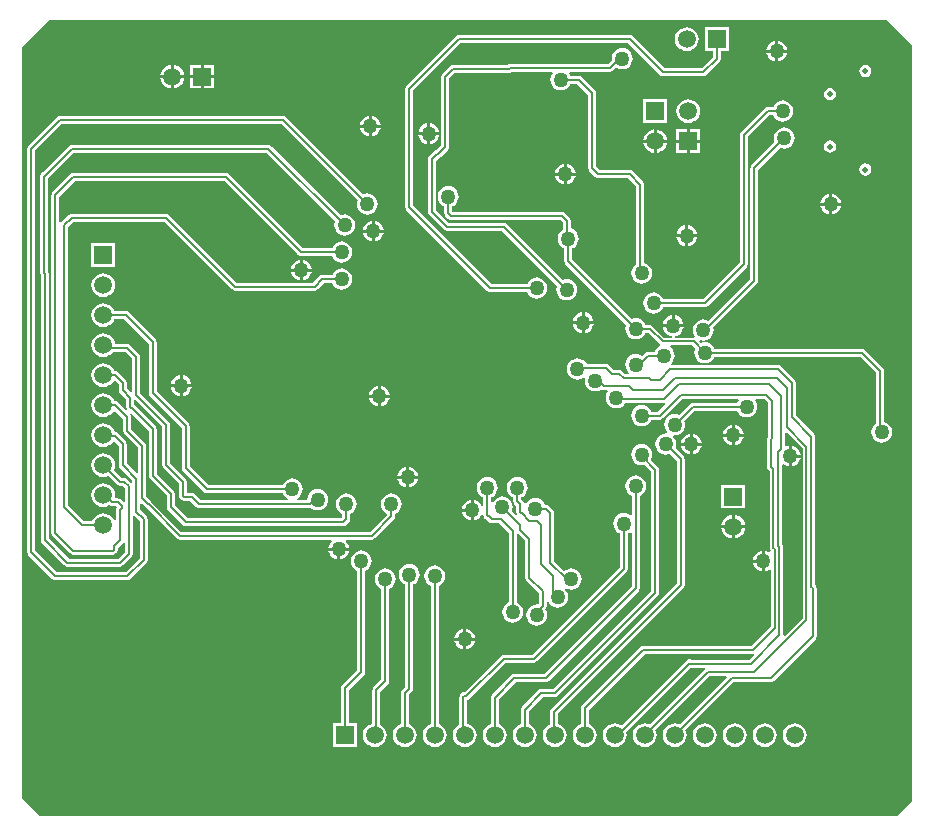
<source format=gbl>
G04*
G04 #@! TF.GenerationSoftware,Altium Limited,Altium Designer,20.1.14 (287)*
G04*
G04 Layer_Physical_Order=2*
G04 Layer_Color=16711680*
%FSLAX44Y44*%
%MOMM*%
G71*
G04*
G04 #@! TF.SameCoordinates,DEFACEA9-F4D7-4AEA-A9FD-1AB281C9BDDB*
G04*
G04*
G04 #@! TF.FilePolarity,Positive*
G04*
G01*
G75*
%ADD16C,0.1500*%
%ADD50R,1.5000X1.5000*%
%ADD51C,1.5000*%
%ADD52R,1.5000X1.5000*%
%ADD53C,0.5000*%
%ADD54C,1.2700*%
G36*
X1695450Y1375410D02*
Y735330D01*
X1682750Y722630D01*
X957580D01*
X942340Y737870D01*
Y897890D01*
X942340Y1374140D01*
X965200Y1397000D01*
X1673860D01*
X1695450Y1375410D01*
D02*
G37*
%LPC*%
G36*
X1582420Y1379129D02*
Y1371600D01*
X1589949D01*
X1589811Y1372651D01*
X1588915Y1374813D01*
X1587490Y1376670D01*
X1585633Y1378095D01*
X1583471Y1378991D01*
X1582420Y1379129D01*
D02*
G37*
G36*
X1579880D02*
X1578829Y1378991D01*
X1576667Y1378095D01*
X1574810Y1376670D01*
X1573385Y1374813D01*
X1572489Y1372651D01*
X1572350Y1371600D01*
X1579880D01*
Y1379129D01*
D02*
G37*
G36*
X1504950Y1390617D02*
X1502329Y1390272D01*
X1499887Y1389260D01*
X1497789Y1387651D01*
X1496180Y1385553D01*
X1495168Y1383111D01*
X1494823Y1380490D01*
X1495168Y1377869D01*
X1496180Y1375427D01*
X1497789Y1373329D01*
X1499887Y1371720D01*
X1502329Y1370708D01*
X1504950Y1370363D01*
X1507571Y1370708D01*
X1510013Y1371720D01*
X1512111Y1373329D01*
X1513720Y1375427D01*
X1514732Y1377869D01*
X1515077Y1380490D01*
X1514732Y1383111D01*
X1513720Y1385553D01*
X1512111Y1387651D01*
X1510013Y1389260D01*
X1507571Y1390272D01*
X1504950Y1390617D01*
D02*
G37*
G36*
X1589949Y1369060D02*
X1582420D01*
Y1361530D01*
X1583471Y1361669D01*
X1585633Y1362565D01*
X1587490Y1363990D01*
X1588915Y1365847D01*
X1589811Y1368009D01*
X1589949Y1369060D01*
D02*
G37*
G36*
X1579880D02*
X1572350D01*
X1572489Y1368009D01*
X1573385Y1365847D01*
X1574810Y1363990D01*
X1576667Y1362565D01*
X1578829Y1361669D01*
X1579880Y1361530D01*
Y1369060D01*
D02*
G37*
G36*
X1540390Y1390530D02*
X1520310D01*
Y1370450D01*
X1526996D01*
Y1365370D01*
X1517531Y1355905D01*
X1486019D01*
X1459062Y1382862D01*
X1457974Y1383589D01*
X1456690Y1383844D01*
X1311910D01*
X1310626Y1383589D01*
X1309538Y1382862D01*
X1267628Y1340952D01*
X1266901Y1339864D01*
X1266646Y1338580D01*
Y1238250D01*
X1266901Y1236966D01*
X1267628Y1235878D01*
X1336208Y1167298D01*
X1337296Y1166571D01*
X1338580Y1166316D01*
X1369717D01*
X1370185Y1165187D01*
X1371610Y1163330D01*
X1373467Y1161905D01*
X1375629Y1161009D01*
X1377950Y1160703D01*
X1380271Y1161009D01*
X1382433Y1161905D01*
X1384290Y1163330D01*
X1385715Y1165187D01*
X1386611Y1167349D01*
X1386917Y1169670D01*
X1386611Y1171991D01*
X1385715Y1174153D01*
X1384290Y1176010D01*
X1382433Y1177435D01*
X1380271Y1178331D01*
X1377950Y1178637D01*
X1375629Y1178331D01*
X1373467Y1177435D01*
X1371610Y1176010D01*
X1370185Y1174153D01*
X1369717Y1173025D01*
X1339969D01*
X1273354Y1239640D01*
Y1337191D01*
X1313300Y1377135D01*
X1455300D01*
X1482258Y1350178D01*
X1483346Y1349451D01*
X1484630Y1349196D01*
X1518920D01*
X1520204Y1349451D01*
X1521292Y1350178D01*
X1532722Y1361608D01*
X1533449Y1362696D01*
X1533705Y1363980D01*
Y1370450D01*
X1540390D01*
Y1390530D01*
D02*
G37*
G36*
X1450340Y1372947D02*
X1448019Y1372641D01*
X1445857Y1371745D01*
X1444000Y1370320D01*
X1442575Y1368463D01*
X1441679Y1366301D01*
X1441373Y1363980D01*
X1441569Y1362493D01*
X1438790Y1359715D01*
X1355441D01*
X1354158Y1359459D01*
X1353070Y1358732D01*
X1352782Y1358445D01*
X1306830D01*
X1305546Y1358189D01*
X1304458Y1357462D01*
X1298108Y1351112D01*
X1297381Y1350024D01*
X1297126Y1348740D01*
Y1290697D01*
X1293038Y1286610D01*
X1292225Y1286448D01*
X1291137Y1285721D01*
X1286678Y1281262D01*
X1285951Y1280174D01*
X1285695Y1278890D01*
Y1234440D01*
X1285951Y1233156D01*
X1286678Y1232068D01*
X1299378Y1219368D01*
X1300466Y1218641D01*
X1301750Y1218385D01*
X1348620D01*
X1395156Y1171850D01*
X1394689Y1170721D01*
X1394383Y1168400D01*
X1394689Y1166079D01*
X1395585Y1163917D01*
X1397010Y1162060D01*
X1398867Y1160635D01*
X1401029Y1159739D01*
X1403350Y1159433D01*
X1405671Y1159739D01*
X1407833Y1160635D01*
X1409690Y1162060D01*
X1411115Y1163917D01*
X1412011Y1166079D01*
X1412317Y1168400D01*
X1412011Y1170721D01*
X1411115Y1172883D01*
X1409690Y1174740D01*
X1407833Y1176165D01*
X1405671Y1177061D01*
X1403350Y1177367D01*
X1401029Y1177061D01*
X1399900Y1176594D01*
X1352382Y1224112D01*
X1351294Y1224839D01*
X1350010Y1225095D01*
X1303139D01*
X1292404Y1235829D01*
Y1277501D01*
X1294992Y1280088D01*
X1295805Y1280250D01*
X1296893Y1280977D01*
X1302852Y1286935D01*
X1303579Y1288024D01*
X1303835Y1289307D01*
Y1347350D01*
X1308219Y1351736D01*
X1354171D01*
X1355455Y1351991D01*
X1356543Y1352718D01*
X1356831Y1353006D01*
X1390686D01*
X1391312Y1351736D01*
X1390505Y1350683D01*
X1389609Y1348521D01*
X1389303Y1346200D01*
X1389609Y1343879D01*
X1390505Y1341717D01*
X1391930Y1339860D01*
X1393787Y1338435D01*
X1395949Y1337539D01*
X1398270Y1337233D01*
X1400591Y1337539D01*
X1402753Y1338435D01*
X1404610Y1339860D01*
X1406035Y1341717D01*
X1406503Y1342845D01*
X1412121D01*
X1421586Y1333380D01*
Y1271270D01*
X1421841Y1269986D01*
X1422568Y1268898D01*
X1427648Y1263818D01*
X1428736Y1263091D01*
X1430020Y1262835D01*
X1455300D01*
X1462225Y1255910D01*
Y1190027D01*
X1460510Y1188710D01*
X1459085Y1186853D01*
X1458189Y1184691D01*
X1457883Y1182370D01*
X1458189Y1180049D01*
X1459085Y1177887D01*
X1460510Y1176030D01*
X1462367Y1174605D01*
X1464529Y1173709D01*
X1466850Y1173403D01*
X1469171Y1173709D01*
X1471333Y1174605D01*
X1473190Y1176030D01*
X1474615Y1177887D01*
X1475511Y1180049D01*
X1475817Y1182370D01*
X1475511Y1184691D01*
X1474615Y1186853D01*
X1473190Y1188710D01*
X1471333Y1190135D01*
X1469171Y1191031D01*
X1468934Y1191062D01*
Y1257300D01*
X1468679Y1258584D01*
X1467952Y1259672D01*
X1459062Y1268562D01*
X1457974Y1269289D01*
X1456690Y1269545D01*
X1431409D01*
X1428295Y1272660D01*
Y1334770D01*
X1428039Y1336054D01*
X1427312Y1337142D01*
X1415882Y1348572D01*
X1414794Y1349299D01*
X1413510Y1349554D01*
X1406503D01*
X1406035Y1350683D01*
X1405228Y1351736D01*
X1405854Y1353006D01*
X1440180D01*
X1441464Y1353261D01*
X1442552Y1353988D01*
X1445247Y1356683D01*
X1445857Y1356215D01*
X1448019Y1355319D01*
X1450340Y1355013D01*
X1452661Y1355319D01*
X1454823Y1356215D01*
X1456680Y1357640D01*
X1458105Y1359497D01*
X1459001Y1361659D01*
X1459307Y1363980D01*
X1459001Y1366301D01*
X1458105Y1368463D01*
X1456680Y1370320D01*
X1454823Y1371745D01*
X1452661Y1372641D01*
X1450340Y1372947D01*
D02*
G37*
G36*
X1070610Y1358699D02*
Y1350010D01*
X1079299D01*
X1079122Y1351361D01*
X1078110Y1353803D01*
X1076501Y1355901D01*
X1074403Y1357510D01*
X1071961Y1358522D01*
X1070610Y1358699D01*
D02*
G37*
G36*
X1104780Y1358780D02*
X1096010D01*
Y1350010D01*
X1104780D01*
Y1358780D01*
D02*
G37*
G36*
X1068070Y1358699D02*
X1066719Y1358522D01*
X1064277Y1357510D01*
X1062179Y1355901D01*
X1060570Y1353803D01*
X1059558Y1351361D01*
X1059381Y1350010D01*
X1068070D01*
Y1358699D01*
D02*
G37*
G36*
X1093470Y1358780D02*
X1084700D01*
Y1350010D01*
X1093470D01*
Y1358780D01*
D02*
G37*
G36*
X1656160Y1358649D02*
X1654194Y1358258D01*
X1652526Y1357144D01*
X1651412Y1355477D01*
X1651021Y1353510D01*
X1651412Y1351543D01*
X1652526Y1349876D01*
X1654194Y1348762D01*
X1656160Y1348371D01*
X1658127Y1348762D01*
X1659794Y1349876D01*
X1660908Y1351543D01*
X1661299Y1353510D01*
X1660908Y1355477D01*
X1659794Y1357144D01*
X1658127Y1358258D01*
X1656160Y1358649D01*
D02*
G37*
G36*
X1079299Y1347470D02*
X1070610D01*
Y1338781D01*
X1071961Y1338958D01*
X1074403Y1339970D01*
X1076501Y1341579D01*
X1078110Y1343677D01*
X1079122Y1346119D01*
X1079299Y1347470D01*
D02*
G37*
G36*
X1068070D02*
X1059381D01*
X1059558Y1346119D01*
X1060570Y1343677D01*
X1062179Y1341579D01*
X1064277Y1339970D01*
X1066719Y1338958D01*
X1068070Y1338781D01*
Y1347470D01*
D02*
G37*
G36*
X1104780D02*
X1096010D01*
Y1338700D01*
X1104780D01*
Y1347470D01*
D02*
G37*
G36*
X1093470D02*
X1084700D01*
Y1338700D01*
X1093470D01*
Y1347470D01*
D02*
G37*
G36*
X1626160Y1339149D02*
X1624194Y1338757D01*
X1622526Y1337644D01*
X1621413Y1335977D01*
X1621021Y1334010D01*
X1621413Y1332043D01*
X1622526Y1330376D01*
X1624194Y1329262D01*
X1626160Y1328871D01*
X1628127Y1329262D01*
X1629794Y1330376D01*
X1630908Y1332043D01*
X1631299Y1334010D01*
X1630908Y1335977D01*
X1629794Y1337644D01*
X1628127Y1338757D01*
X1626160Y1339149D01*
D02*
G37*
G36*
X1586230Y1328497D02*
X1583909Y1328191D01*
X1581747Y1327295D01*
X1579890Y1325870D01*
X1578465Y1324013D01*
X1577997Y1322885D01*
X1573530D01*
X1572246Y1322629D01*
X1571158Y1321902D01*
X1550838Y1301582D01*
X1550111Y1300494D01*
X1549855Y1299210D01*
Y1191379D01*
X1518801Y1160324D01*
X1485243D01*
X1484775Y1161453D01*
X1483350Y1163310D01*
X1481493Y1164735D01*
X1479331Y1165631D01*
X1477010Y1165937D01*
X1474689Y1165631D01*
X1472527Y1164735D01*
X1470670Y1163310D01*
X1469245Y1161453D01*
X1468349Y1159291D01*
X1468043Y1156970D01*
X1468349Y1154649D01*
X1469245Y1152487D01*
X1470670Y1150630D01*
X1472527Y1149205D01*
X1474689Y1148309D01*
X1477010Y1148003D01*
X1479331Y1148309D01*
X1481493Y1149205D01*
X1483350Y1150630D01*
X1484775Y1152487D01*
X1485243Y1153615D01*
X1520190D01*
X1521474Y1153871D01*
X1522562Y1154598D01*
X1555582Y1187618D01*
X1556309Y1188706D01*
X1556564Y1189990D01*
Y1297820D01*
X1574919Y1316176D01*
X1577997D01*
X1578465Y1315047D01*
X1579890Y1313190D01*
X1581747Y1311765D01*
X1583909Y1310869D01*
X1586230Y1310563D01*
X1588551Y1310869D01*
X1590713Y1311765D01*
X1592570Y1313190D01*
X1593995Y1315047D01*
X1594891Y1317209D01*
X1595197Y1319530D01*
X1594891Y1321851D01*
X1593995Y1324013D01*
X1592570Y1325870D01*
X1590713Y1327295D01*
X1588551Y1328191D01*
X1586230Y1328497D01*
D02*
G37*
G36*
X1488320Y1329570D02*
X1468240D01*
Y1309490D01*
X1488320D01*
Y1329570D01*
D02*
G37*
G36*
X1506220Y1329657D02*
X1503599Y1329312D01*
X1501157Y1328300D01*
X1499059Y1326691D01*
X1497450Y1324593D01*
X1496438Y1322151D01*
X1496093Y1319530D01*
X1496438Y1316909D01*
X1497450Y1314467D01*
X1499059Y1312369D01*
X1501157Y1310760D01*
X1503599Y1309748D01*
X1506220Y1309403D01*
X1508841Y1309748D01*
X1511283Y1310760D01*
X1513381Y1312369D01*
X1514990Y1314467D01*
X1516002Y1316909D01*
X1516347Y1319530D01*
X1516002Y1322151D01*
X1514990Y1324593D01*
X1513381Y1326691D01*
X1511283Y1328300D01*
X1508841Y1329312D01*
X1506220Y1329657D01*
D02*
G37*
G36*
X1238250Y1315629D02*
Y1308100D01*
X1245779D01*
X1245641Y1309151D01*
X1244745Y1311313D01*
X1243320Y1313170D01*
X1241463Y1314595D01*
X1239301Y1315491D01*
X1238250Y1315629D01*
D02*
G37*
G36*
X1235710D02*
X1234659Y1315491D01*
X1232497Y1314595D01*
X1230640Y1313170D01*
X1229215Y1311313D01*
X1228319Y1309151D01*
X1228180Y1308100D01*
X1235710D01*
Y1315629D01*
D02*
G37*
G36*
X1287780Y1309279D02*
Y1301750D01*
X1295309D01*
X1295171Y1302801D01*
X1294275Y1304963D01*
X1292850Y1306820D01*
X1290993Y1308245D01*
X1288831Y1309141D01*
X1287780Y1309279D01*
D02*
G37*
G36*
X1285240D02*
X1284189Y1309141D01*
X1282027Y1308245D01*
X1280170Y1306820D01*
X1278745Y1304963D01*
X1277849Y1302801D01*
X1277710Y1301750D01*
X1285240D01*
Y1309279D01*
D02*
G37*
G36*
X1245779Y1305560D02*
X1238250D01*
Y1298031D01*
X1239301Y1298169D01*
X1241463Y1299065D01*
X1243320Y1300490D01*
X1244745Y1302347D01*
X1245641Y1304509D01*
X1245779Y1305560D01*
D02*
G37*
G36*
X1235710D02*
X1228180D01*
X1228319Y1304509D01*
X1229215Y1302347D01*
X1230640Y1300490D01*
X1232497Y1299065D01*
X1234659Y1298169D01*
X1235710Y1298031D01*
Y1305560D01*
D02*
G37*
G36*
X1516260Y1304170D02*
X1507490D01*
Y1295400D01*
X1516260D01*
Y1304170D01*
D02*
G37*
G36*
X1479550Y1304089D02*
Y1295400D01*
X1488239D01*
X1488062Y1296751D01*
X1487050Y1299193D01*
X1485441Y1301291D01*
X1483343Y1302900D01*
X1480901Y1303912D01*
X1479550Y1304089D01*
D02*
G37*
G36*
X1477010D02*
X1475659Y1303912D01*
X1473217Y1302900D01*
X1471119Y1301291D01*
X1469510Y1299193D01*
X1468498Y1296751D01*
X1468321Y1295400D01*
X1477010D01*
Y1304089D01*
D02*
G37*
G36*
X1504950Y1304170D02*
X1496180D01*
Y1295400D01*
X1504950D01*
Y1304170D01*
D02*
G37*
G36*
X1295309Y1299210D02*
X1287780D01*
Y1291680D01*
X1288831Y1291819D01*
X1290993Y1292715D01*
X1292850Y1294140D01*
X1294275Y1295997D01*
X1295171Y1298159D01*
X1295309Y1299210D01*
D02*
G37*
G36*
X1285240D02*
X1277710D01*
X1277849Y1298159D01*
X1278745Y1295997D01*
X1280170Y1294140D01*
X1282027Y1292715D01*
X1284189Y1291819D01*
X1285240Y1291680D01*
Y1299210D01*
D02*
G37*
G36*
X1587500Y1305637D02*
X1585179Y1305331D01*
X1583017Y1304435D01*
X1581160Y1303010D01*
X1579735Y1301153D01*
X1578839Y1298991D01*
X1578533Y1296670D01*
X1578839Y1294349D01*
X1579306Y1293220D01*
X1559728Y1273642D01*
X1559001Y1272554D01*
X1558746Y1271270D01*
Y1177410D01*
X1523268Y1141932D01*
X1521241Y1142771D01*
X1518920Y1143077D01*
X1516599Y1142771D01*
X1514437Y1141875D01*
X1512580Y1140450D01*
X1511155Y1138593D01*
X1510259Y1136431D01*
X1509953Y1134110D01*
X1510259Y1131789D01*
X1511155Y1129627D01*
X1511682Y1128940D01*
X1510965Y1127788D01*
X1510780Y1127824D01*
X1494675D01*
X1494592Y1129094D01*
X1495841Y1129259D01*
X1498003Y1130155D01*
X1499860Y1131580D01*
X1501285Y1133437D01*
X1502181Y1135599D01*
X1502319Y1136650D01*
X1484720D01*
X1484859Y1135599D01*
X1485755Y1133437D01*
X1487180Y1131580D01*
X1489037Y1130155D01*
X1491199Y1129259D01*
X1492448Y1129094D01*
X1492365Y1127824D01*
X1485836D01*
X1475909Y1137752D01*
X1474821Y1138479D01*
X1473537Y1138735D01*
X1470003D01*
X1469535Y1139863D01*
X1468110Y1141720D01*
X1466253Y1143145D01*
X1464091Y1144041D01*
X1461770Y1144347D01*
X1459449Y1144041D01*
X1458320Y1143574D01*
X1407975Y1193920D01*
Y1203347D01*
X1409103Y1203815D01*
X1410960Y1205240D01*
X1412385Y1207097D01*
X1413281Y1209259D01*
X1413587Y1211580D01*
X1413281Y1213901D01*
X1412385Y1216063D01*
X1410960Y1217920D01*
X1409103Y1219345D01*
X1406941Y1220241D01*
X1406705Y1220272D01*
Y1226820D01*
X1406449Y1228104D01*
X1405722Y1229192D01*
X1401912Y1233002D01*
X1400824Y1233729D01*
X1399540Y1233985D01*
X1306949D01*
X1306375Y1234559D01*
Y1238907D01*
X1307503Y1239375D01*
X1309360Y1240800D01*
X1310785Y1242657D01*
X1311681Y1244819D01*
X1311987Y1247140D01*
X1311681Y1249461D01*
X1310785Y1251623D01*
X1309360Y1253480D01*
X1307503Y1254905D01*
X1305341Y1255801D01*
X1303020Y1256107D01*
X1300699Y1255801D01*
X1298537Y1254905D01*
X1296680Y1253480D01*
X1295255Y1251623D01*
X1294359Y1249461D01*
X1294053Y1247140D01*
X1294359Y1244819D01*
X1295255Y1242657D01*
X1296680Y1240800D01*
X1298537Y1239375D01*
X1299666Y1238907D01*
Y1233170D01*
X1299921Y1231886D01*
X1300648Y1230798D01*
X1303188Y1228258D01*
X1304276Y1227531D01*
X1305560Y1227275D01*
X1398150D01*
X1399996Y1225431D01*
Y1219237D01*
X1398280Y1217920D01*
X1396855Y1216063D01*
X1395959Y1213901D01*
X1395653Y1211580D01*
X1395959Y1209259D01*
X1396855Y1207097D01*
X1398280Y1205240D01*
X1400137Y1203815D01*
X1401266Y1203347D01*
Y1192530D01*
X1401521Y1191246D01*
X1402248Y1190158D01*
X1453576Y1138830D01*
X1453109Y1137701D01*
X1452803Y1135380D01*
X1453109Y1133059D01*
X1454005Y1130897D01*
X1455430Y1129040D01*
X1457287Y1127615D01*
X1459449Y1126719D01*
X1461770Y1126413D01*
X1464091Y1126719D01*
X1466253Y1127615D01*
X1468110Y1129040D01*
X1469535Y1130897D01*
X1470003Y1132026D01*
X1472148D01*
X1482075Y1122098D01*
X1482228Y1121996D01*
X1482087Y1120563D01*
X1481417Y1120285D01*
X1479560Y1118860D01*
X1478135Y1117003D01*
X1477667Y1115874D01*
X1471930D01*
X1470646Y1115619D01*
X1469558Y1114892D01*
X1466863Y1112197D01*
X1466253Y1112665D01*
X1464091Y1113561D01*
X1461770Y1113867D01*
X1459449Y1113561D01*
X1457287Y1112665D01*
X1455430Y1111240D01*
X1454005Y1109383D01*
X1453109Y1107221D01*
X1452803Y1104900D01*
X1453109Y1102579D01*
X1454005Y1100417D01*
X1455430Y1098560D01*
X1456036Y1098094D01*
X1455605Y1096824D01*
X1453000D01*
X1450172Y1099652D01*
X1449084Y1100379D01*
X1447800Y1100635D01*
X1442840D01*
X1438742Y1104732D01*
X1437654Y1105459D01*
X1436370Y1105714D01*
X1420142D01*
X1418719Y1107569D01*
X1416862Y1108994D01*
X1414700Y1109890D01*
X1412379Y1110195D01*
X1410058Y1109890D01*
X1407895Y1108994D01*
X1406038Y1107569D01*
X1404613Y1105712D01*
X1403717Y1103549D01*
X1403412Y1101229D01*
X1403717Y1098908D01*
X1404613Y1096745D01*
X1406038Y1094888D01*
X1407895Y1093463D01*
X1410058Y1092568D01*
X1412379Y1092262D01*
X1414700Y1092568D01*
X1416862Y1093463D01*
X1417972Y1094315D01*
X1419015Y1093514D01*
X1418967Y1093399D01*
X1418661Y1091078D01*
X1418967Y1088757D01*
X1419863Y1086595D01*
X1421288Y1084738D01*
X1423145Y1083313D01*
X1425307Y1082417D01*
X1427628Y1082112D01*
X1429949Y1082417D01*
X1432112Y1083313D01*
X1433053Y1084035D01*
X1433853Y1083501D01*
X1435137Y1083246D01*
X1437442D01*
X1438004Y1082106D01*
X1437495Y1081443D01*
X1436599Y1079281D01*
X1436293Y1076960D01*
X1436599Y1074639D01*
X1437495Y1072477D01*
X1438920Y1070620D01*
X1440777Y1069195D01*
X1442939Y1068299D01*
X1445260Y1067993D01*
X1447581Y1068299D01*
X1449743Y1069195D01*
X1451600Y1070620D01*
X1452917Y1072336D01*
X1485900D01*
X1486232Y1072402D01*
X1486857Y1071231D01*
X1480701Y1065074D01*
X1475083D01*
X1474615Y1066203D01*
X1473190Y1068060D01*
X1471333Y1069485D01*
X1469171Y1070381D01*
X1466850Y1070687D01*
X1464529Y1070381D01*
X1462367Y1069485D01*
X1460510Y1068060D01*
X1459085Y1066203D01*
X1458189Y1064041D01*
X1457883Y1061720D01*
X1458189Y1059399D01*
X1459085Y1057237D01*
X1460510Y1055380D01*
X1462367Y1053955D01*
X1464529Y1053059D01*
X1466850Y1052753D01*
X1469171Y1053059D01*
X1471333Y1053955D01*
X1473190Y1055380D01*
X1474615Y1057237D01*
X1475083Y1058365D01*
X1482090D01*
X1483374Y1058621D01*
X1484462Y1059348D01*
X1501259Y1076145D01*
X1548166D01*
X1548792Y1074875D01*
X1547985Y1073823D01*
X1547517Y1072694D01*
X1510030D01*
X1508746Y1072439D01*
X1507658Y1071712D01*
X1498240Y1062294D01*
X1497111Y1062761D01*
X1494790Y1063067D01*
X1492469Y1062761D01*
X1490307Y1061865D01*
X1488450Y1060440D01*
X1487025Y1058583D01*
X1486129Y1056421D01*
X1485823Y1054100D01*
X1486129Y1051779D01*
X1487025Y1049617D01*
X1488450Y1047760D01*
X1488592Y1047651D01*
X1488089Y1046436D01*
X1487170Y1046557D01*
X1484849Y1046251D01*
X1482687Y1045355D01*
X1480830Y1043930D01*
X1479405Y1042073D01*
X1478509Y1039911D01*
X1478203Y1037590D01*
X1478509Y1035269D01*
X1479405Y1033107D01*
X1480830Y1031250D01*
X1482687Y1029825D01*
X1484849Y1028929D01*
X1487170Y1028623D01*
X1489491Y1028929D01*
X1490620Y1029396D01*
X1496516Y1023501D01*
Y919600D01*
X1390169Y813253D01*
X1389442Y812165D01*
X1389187Y810881D01*
Y800419D01*
X1388127Y799980D01*
X1386029Y798371D01*
X1384420Y796273D01*
X1383408Y793831D01*
X1383063Y791210D01*
X1383408Y788589D01*
X1384420Y786147D01*
X1386029Y784049D01*
X1388127Y782440D01*
X1390569Y781428D01*
X1393190Y781083D01*
X1395811Y781428D01*
X1398253Y782440D01*
X1400351Y784049D01*
X1401960Y786147D01*
X1402972Y788589D01*
X1403317Y791210D01*
X1402972Y793831D01*
X1401960Y796273D01*
X1400351Y798371D01*
X1398253Y799980D01*
X1395896Y800956D01*
Y809492D01*
X1502242Y915838D01*
X1502969Y916926D01*
X1503224Y918210D01*
Y1024890D01*
X1502969Y1026174D01*
X1502242Y1027262D01*
X1495364Y1034140D01*
X1495831Y1035269D01*
X1496137Y1037590D01*
X1495831Y1039911D01*
X1494935Y1042073D01*
X1493510Y1043930D01*
X1493368Y1044040D01*
X1493871Y1045254D01*
X1494790Y1045133D01*
X1497111Y1045439D01*
X1499273Y1046335D01*
X1501130Y1047760D01*
X1502555Y1049617D01*
X1503451Y1051779D01*
X1503757Y1054100D01*
X1503451Y1056421D01*
X1502984Y1057550D01*
X1511420Y1065985D01*
X1547517D01*
X1547985Y1064857D01*
X1549410Y1063000D01*
X1551267Y1061575D01*
X1553429Y1060679D01*
X1555750Y1060373D01*
X1558071Y1060679D01*
X1560233Y1061575D01*
X1562090Y1063000D01*
X1563515Y1064857D01*
X1564411Y1067019D01*
X1564717Y1069340D01*
X1564411Y1071661D01*
X1563515Y1073823D01*
X1562708Y1074875D01*
X1563334Y1076145D01*
X1570871D01*
X1573985Y1073030D01*
Y1044060D01*
X1573698Y1043772D01*
X1572971Y1042684D01*
X1572715Y1041400D01*
Y1018540D01*
X1572971Y1017256D01*
X1573698Y1016168D01*
X1575026Y1014840D01*
Y949670D01*
X1575281Y948386D01*
X1575863Y947515D01*
X1575708Y946676D01*
X1574417Y946132D01*
X1574203Y946295D01*
X1572041Y947191D01*
X1570990Y947329D01*
Y938530D01*
Y929731D01*
X1572041Y929869D01*
X1574203Y930765D01*
X1574866Y931273D01*
X1576006Y930712D01*
Y883520D01*
X1559440Y866954D01*
X1468120D01*
X1466836Y866699D01*
X1465748Y865972D01*
X1416218Y816442D01*
X1415491Y815354D01*
X1415235Y814070D01*
Y800688D01*
X1413527Y799980D01*
X1411429Y798371D01*
X1409820Y796273D01*
X1408808Y793831D01*
X1408463Y791210D01*
X1408808Y788589D01*
X1409820Y786147D01*
X1411429Y784049D01*
X1413527Y782440D01*
X1415969Y781428D01*
X1418590Y781083D01*
X1421211Y781428D01*
X1423653Y782440D01*
X1425751Y784049D01*
X1427360Y786147D01*
X1428372Y788589D01*
X1428717Y791210D01*
X1428372Y793831D01*
X1427360Y796273D01*
X1425751Y798371D01*
X1423653Y799980D01*
X1421944Y800688D01*
Y812681D01*
X1469509Y860246D01*
X1560830D01*
X1561161Y860312D01*
X1561787Y859141D01*
X1557779Y855133D01*
X1508977D01*
X1508774Y855269D01*
X1507490Y855525D01*
X1506206Y855269D01*
X1505118Y854542D01*
X1449904Y799327D01*
X1449053Y799980D01*
X1446611Y800992D01*
X1443990Y801337D01*
X1441369Y800992D01*
X1438927Y799980D01*
X1436829Y798371D01*
X1435220Y796273D01*
X1434208Y793831D01*
X1433863Y791210D01*
X1434208Y788589D01*
X1435220Y786147D01*
X1436829Y784049D01*
X1438927Y782440D01*
X1441369Y781428D01*
X1443990Y781083D01*
X1446611Y781428D01*
X1449053Y782440D01*
X1451151Y784049D01*
X1452760Y786147D01*
X1453772Y788589D01*
X1454117Y791210D01*
X1453786Y793722D01*
X1508488Y848424D01*
X1520320D01*
X1520706Y847154D01*
X1520358Y846922D01*
X1473720Y800284D01*
X1472011Y800992D01*
X1469390Y801337D01*
X1466769Y800992D01*
X1464327Y799980D01*
X1462229Y798371D01*
X1460620Y796273D01*
X1459608Y793831D01*
X1459263Y791210D01*
X1459608Y788589D01*
X1460620Y786147D01*
X1462229Y784049D01*
X1464327Y782440D01*
X1466769Y781428D01*
X1469390Y781083D01*
X1472011Y781428D01*
X1474453Y782440D01*
X1476551Y784049D01*
X1478160Y786147D01*
X1479172Y788589D01*
X1479517Y791210D01*
X1479172Y793831D01*
X1478464Y795540D01*
X1524120Y841196D01*
X1538372D01*
X1538858Y840022D01*
X1499120Y800284D01*
X1497411Y800992D01*
X1494790Y801337D01*
X1492169Y800992D01*
X1489727Y799980D01*
X1487629Y798371D01*
X1486020Y796273D01*
X1485008Y793831D01*
X1484663Y791210D01*
X1485008Y788589D01*
X1486020Y786147D01*
X1487629Y784049D01*
X1489727Y782440D01*
X1492169Y781428D01*
X1494790Y781083D01*
X1497411Y781428D01*
X1499853Y782440D01*
X1501951Y784049D01*
X1503560Y786147D01*
X1504572Y788589D01*
X1504917Y791210D01*
X1504572Y793831D01*
X1503864Y795540D01*
X1544440Y836115D01*
X1576070D01*
X1577354Y836371D01*
X1578442Y837098D01*
X1614002Y872658D01*
X1614729Y873746D01*
X1614984Y875030D01*
Y915670D01*
X1614729Y916954D01*
X1614002Y918042D01*
X1613714Y918329D01*
Y1043940D01*
X1613459Y1045224D01*
X1612732Y1046312D01*
X1597204Y1061840D01*
Y1089660D01*
X1596949Y1090944D01*
X1596222Y1092032D01*
X1584792Y1103462D01*
X1583704Y1104189D01*
X1582420Y1104445D01*
X1492065D01*
X1491634Y1105714D01*
X1492240Y1106180D01*
X1493665Y1108037D01*
X1494561Y1110199D01*
X1494867Y1112520D01*
X1494561Y1114841D01*
X1493665Y1117003D01*
X1492240Y1118860D01*
X1490957Y1119846D01*
X1491388Y1121115D01*
X1509391D01*
X1511996Y1118510D01*
X1511529Y1117381D01*
X1511223Y1115060D01*
X1511529Y1112739D01*
X1512425Y1110577D01*
X1513850Y1108720D01*
X1515707Y1107295D01*
X1517869Y1106399D01*
X1520190Y1106093D01*
X1522511Y1106399D01*
X1524673Y1107295D01*
X1526530Y1108720D01*
X1527955Y1110577D01*
X1528423Y1111705D01*
X1652151D01*
X1665426Y1098430D01*
Y1055407D01*
X1663710Y1054090D01*
X1662285Y1052233D01*
X1661389Y1050071D01*
X1661083Y1047750D01*
X1661389Y1045429D01*
X1662285Y1043267D01*
X1663710Y1041410D01*
X1665567Y1039985D01*
X1667729Y1039089D01*
X1670050Y1038783D01*
X1672371Y1039089D01*
X1674533Y1039985D01*
X1676390Y1041410D01*
X1677815Y1043267D01*
X1678711Y1045429D01*
X1679017Y1047750D01*
X1678711Y1050071D01*
X1677815Y1052233D01*
X1676390Y1054090D01*
X1674533Y1055515D01*
X1672371Y1056411D01*
X1672135Y1056442D01*
Y1099820D01*
X1671879Y1101104D01*
X1671152Y1102192D01*
X1655912Y1117432D01*
X1654824Y1118159D01*
X1653540Y1118415D01*
X1528423D01*
X1527955Y1119543D01*
X1526530Y1121400D01*
X1524673Y1122825D01*
X1522511Y1123721D01*
X1520190Y1124027D01*
X1517869Y1123721D01*
X1516740Y1123254D01*
X1515439Y1124555D01*
X1516159Y1125631D01*
X1516599Y1125449D01*
X1518920Y1125143D01*
X1521241Y1125449D01*
X1523403Y1126345D01*
X1525260Y1127770D01*
X1526685Y1129627D01*
X1527581Y1131789D01*
X1527887Y1134110D01*
X1527581Y1136431D01*
X1527486Y1136662D01*
X1564472Y1173648D01*
X1565199Y1174736D01*
X1565455Y1176020D01*
Y1269881D01*
X1584050Y1288476D01*
X1585179Y1288009D01*
X1587500Y1287703D01*
X1589821Y1288009D01*
X1591983Y1288905D01*
X1593840Y1290330D01*
X1595265Y1292187D01*
X1596161Y1294349D01*
X1596467Y1296670D01*
X1596161Y1298991D01*
X1595265Y1301153D01*
X1593840Y1303010D01*
X1591983Y1304435D01*
X1589821Y1305331D01*
X1587500Y1305637D01*
D02*
G37*
G36*
X1626160Y1294649D02*
X1624194Y1294258D01*
X1622526Y1293144D01*
X1621413Y1291476D01*
X1621021Y1289510D01*
X1621413Y1287543D01*
X1622526Y1285876D01*
X1624194Y1284762D01*
X1626160Y1284371D01*
X1628127Y1284762D01*
X1629794Y1285876D01*
X1630908Y1287543D01*
X1631299Y1289510D01*
X1630908Y1291476D01*
X1629794Y1293144D01*
X1628127Y1294258D01*
X1626160Y1294649D01*
D02*
G37*
G36*
X1488239Y1292860D02*
X1479550D01*
Y1284171D01*
X1480901Y1284348D01*
X1483343Y1285360D01*
X1485441Y1286969D01*
X1487050Y1289067D01*
X1488062Y1291509D01*
X1488239Y1292860D01*
D02*
G37*
G36*
X1477010D02*
X1468321D01*
X1468498Y1291509D01*
X1469510Y1289067D01*
X1471119Y1286969D01*
X1473217Y1285360D01*
X1475659Y1284348D01*
X1477010Y1284171D01*
Y1292860D01*
D02*
G37*
G36*
X1516260D02*
X1507490D01*
Y1284090D01*
X1516260D01*
Y1292860D01*
D02*
G37*
G36*
X1504950D02*
X1496180D01*
Y1284090D01*
X1504950D01*
Y1292860D01*
D02*
G37*
G36*
X1403350Y1274989D02*
Y1267460D01*
X1410880D01*
X1410741Y1268511D01*
X1409845Y1270673D01*
X1408420Y1272530D01*
X1406563Y1273955D01*
X1404401Y1274851D01*
X1403350Y1274989D01*
D02*
G37*
G36*
X1400810D02*
X1399759Y1274851D01*
X1397597Y1273955D01*
X1395740Y1272530D01*
X1394315Y1270673D01*
X1393419Y1268511D01*
X1393280Y1267460D01*
X1400810D01*
Y1274989D01*
D02*
G37*
G36*
X1656160Y1275149D02*
X1654194Y1274758D01*
X1652526Y1273644D01*
X1651412Y1271976D01*
X1651021Y1270010D01*
X1651412Y1268044D01*
X1652526Y1266376D01*
X1654194Y1265262D01*
X1656160Y1264871D01*
X1658127Y1265262D01*
X1659794Y1266376D01*
X1660908Y1268044D01*
X1661299Y1270010D01*
X1660908Y1271976D01*
X1659794Y1273644D01*
X1658127Y1274758D01*
X1656160Y1275149D01*
D02*
G37*
G36*
X1410880Y1264920D02*
X1403350D01*
Y1257391D01*
X1404401Y1257529D01*
X1406563Y1258425D01*
X1408420Y1259850D01*
X1409845Y1261707D01*
X1410741Y1263869D01*
X1410880Y1264920D01*
D02*
G37*
G36*
X1400810D02*
X1393280D01*
X1393419Y1263869D01*
X1394315Y1261707D01*
X1395740Y1259850D01*
X1397597Y1258425D01*
X1399759Y1257529D01*
X1400810Y1257391D01*
Y1264920D01*
D02*
G37*
G36*
X1628140Y1249589D02*
Y1242060D01*
X1635670D01*
X1635531Y1243111D01*
X1634635Y1245273D01*
X1633210Y1247130D01*
X1631353Y1248555D01*
X1629191Y1249451D01*
X1628140Y1249589D01*
D02*
G37*
G36*
X1625600D02*
X1624549Y1249451D01*
X1622387Y1248555D01*
X1620530Y1247130D01*
X1619105Y1245273D01*
X1618209Y1243111D01*
X1618071Y1242060D01*
X1625600D01*
Y1249589D01*
D02*
G37*
G36*
X1635670Y1239520D02*
X1628140D01*
Y1231991D01*
X1629191Y1232129D01*
X1631353Y1233025D01*
X1633210Y1234450D01*
X1634635Y1236307D01*
X1635531Y1238469D01*
X1635670Y1239520D01*
D02*
G37*
G36*
X1625600D02*
X1618071D01*
X1618209Y1238469D01*
X1619105Y1236307D01*
X1620530Y1234450D01*
X1622387Y1233025D01*
X1624549Y1232129D01*
X1625600Y1231991D01*
Y1239520D01*
D02*
G37*
G36*
X1163320Y1315264D02*
X974090D01*
X972806Y1315009D01*
X971718Y1314282D01*
X947588Y1290152D01*
X946861Y1289064D01*
X946606Y1287780D01*
Y946150D01*
X946861Y944866D01*
X947588Y943778D01*
X967908Y923458D01*
X968996Y922731D01*
X970280Y922476D01*
X1031240D01*
X1032524Y922731D01*
X1033612Y923458D01*
X1047582Y937428D01*
X1048309Y938516D01*
X1048565Y939800D01*
Y974090D01*
X1048309Y975374D01*
X1047582Y976462D01*
X1042215Y981830D01*
Y987192D01*
X1043388Y987678D01*
X1046648Y984418D01*
X1046790Y984323D01*
X1046885Y984181D01*
X1073318Y957748D01*
X1074406Y957021D01*
X1075690Y956766D01*
X1204145D01*
X1204576Y955496D01*
X1203970Y955030D01*
X1202545Y953173D01*
X1201649Y951011D01*
X1201510Y949960D01*
X1219109D01*
X1218971Y951011D01*
X1218075Y953173D01*
X1216650Y955030D01*
X1216044Y955496D01*
X1216475Y956766D01*
X1238250D01*
X1239534Y957021D01*
X1240622Y957748D01*
X1257132Y974258D01*
X1257859Y975346D01*
X1258114Y976630D01*
Y978557D01*
X1259243Y979025D01*
X1261100Y980450D01*
X1262525Y982307D01*
X1263421Y984469D01*
X1263727Y986790D01*
X1263421Y989111D01*
X1262525Y991273D01*
X1261100Y993130D01*
X1259243Y994555D01*
X1257081Y995451D01*
X1254760Y995757D01*
X1252439Y995451D01*
X1250277Y994555D01*
X1248420Y993130D01*
X1246995Y991273D01*
X1246099Y989111D01*
X1245793Y986790D01*
X1246099Y984469D01*
X1246995Y982307D01*
X1248420Y980450D01*
X1250277Y979025D01*
X1250521Y978923D01*
X1250814Y977428D01*
X1236861Y963475D01*
X1077079D01*
X1051629Y988925D01*
X1051487Y989020D01*
X1051392Y989162D01*
X1047294Y993260D01*
Y1036320D01*
X1047039Y1037604D01*
X1046312Y1038692D01*
X1034594Y1050409D01*
Y1060450D01*
X1034339Y1061734D01*
X1033612Y1062822D01*
X1033311Y1063123D01*
X1033845Y1064385D01*
X1033994Y1064382D01*
X1049475Y1048901D01*
Y1010920D01*
X1049731Y1009636D01*
X1050458Y1008548D01*
X1064715Y994290D01*
Y984250D01*
X1064971Y982966D01*
X1065698Y981878D01*
X1078398Y969178D01*
X1079486Y968451D01*
X1080770Y968195D01*
X1214120D01*
X1215404Y968451D01*
X1216492Y969178D01*
X1219032Y971718D01*
X1219759Y972806D01*
X1220014Y974090D01*
Y978557D01*
X1221143Y979025D01*
X1223000Y980450D01*
X1224425Y982307D01*
X1225321Y984469D01*
X1225627Y986790D01*
X1225321Y989111D01*
X1224425Y991273D01*
X1223000Y993130D01*
X1221143Y994555D01*
X1218981Y995451D01*
X1216660Y995757D01*
X1214339Y995451D01*
X1212177Y994555D01*
X1210320Y993130D01*
X1208895Y991273D01*
X1207999Y989111D01*
X1207693Y986790D01*
X1207999Y984469D01*
X1208895Y982307D01*
X1210320Y980450D01*
X1212177Y979025D01*
X1213306Y978557D01*
Y975480D01*
X1212730Y974904D01*
X1082160D01*
X1071424Y985639D01*
Y995680D01*
X1071169Y996964D01*
X1070442Y998052D01*
X1056184Y1012309D01*
Y1050290D01*
X1055929Y1051574D01*
X1055202Y1052662D01*
X1037422Y1070442D01*
X1037134Y1070634D01*
Y1074822D01*
X1038308Y1075308D01*
X1060906Y1052710D01*
Y1019810D01*
X1061161Y1018526D01*
X1061888Y1017438D01*
X1074875Y1004451D01*
Y994019D01*
X1075131Y992735D01*
X1075858Y991647D01*
X1076737Y990768D01*
X1077825Y990041D01*
X1079109Y989786D01*
X1084461D01*
X1089828Y984418D01*
X1090916Y983691D01*
X1092200Y983436D01*
X1186051D01*
X1187014Y983627D01*
X1188047Y982835D01*
X1190209Y981939D01*
X1192530Y981633D01*
X1194851Y981939D01*
X1197013Y982835D01*
X1198870Y984260D01*
X1200295Y986117D01*
X1201191Y988279D01*
X1201497Y990600D01*
X1201191Y992921D01*
X1200295Y995083D01*
X1198870Y996940D01*
X1197013Y998365D01*
X1194851Y999261D01*
X1192530Y999567D01*
X1190209Y999261D01*
X1188047Y998365D01*
X1186190Y996940D01*
X1184765Y995083D01*
X1183869Y992921D01*
X1183563Y990600D01*
X1183164Y990145D01*
X1174927D01*
X1174675Y991414D01*
X1175423Y991725D01*
X1177280Y993150D01*
X1178705Y995007D01*
X1179601Y997169D01*
X1179907Y999490D01*
X1179601Y1001811D01*
X1178705Y1003973D01*
X1177280Y1005830D01*
X1175423Y1007255D01*
X1173261Y1008151D01*
X1170940Y1008457D01*
X1168619Y1008151D01*
X1166457Y1007255D01*
X1164600Y1005830D01*
X1163175Y1003973D01*
X1162707Y1002844D01*
X1099939D01*
X1084125Y1018660D01*
Y1052830D01*
X1083869Y1054114D01*
X1083142Y1055202D01*
X1056184Y1082160D01*
Y1123950D01*
X1055929Y1125234D01*
X1055202Y1126322D01*
X1032342Y1149182D01*
X1031254Y1149909D01*
X1029970Y1150164D01*
X1020398D01*
X1019690Y1151873D01*
X1018081Y1153971D01*
X1015983Y1155580D01*
X1013541Y1156592D01*
X1010920Y1156937D01*
X1008299Y1156592D01*
X1005857Y1155580D01*
X1003759Y1153971D01*
X1002150Y1151873D01*
X1001138Y1149431D01*
X1000793Y1146810D01*
X1001138Y1144189D01*
X1002150Y1141747D01*
X1003759Y1139649D01*
X1005857Y1138040D01*
X1008299Y1137028D01*
X1010920Y1136683D01*
X1013541Y1137028D01*
X1015983Y1138040D01*
X1018081Y1139649D01*
X1019690Y1141747D01*
X1020398Y1143456D01*
X1028580D01*
X1049475Y1122561D01*
Y1080770D01*
X1049731Y1079486D01*
X1050458Y1078398D01*
X1077415Y1051441D01*
Y1017270D01*
X1077671Y1015986D01*
X1078398Y1014898D01*
X1096178Y997118D01*
X1097266Y996391D01*
X1098550Y996135D01*
X1162707D01*
X1163175Y995007D01*
X1164600Y993150D01*
X1166457Y991725D01*
X1167205Y991414D01*
X1166953Y990145D01*
X1093589D01*
X1088222Y995512D01*
X1087134Y996239D01*
X1085850Y996495D01*
X1081584D01*
Y1005840D01*
X1081329Y1007124D01*
X1080602Y1008212D01*
X1067615Y1021199D01*
Y1054100D01*
X1067359Y1055384D01*
X1066632Y1056472D01*
X1042215Y1080890D01*
Y1111250D01*
X1041959Y1112534D01*
X1041232Y1113622D01*
X1033612Y1121242D01*
X1032524Y1121969D01*
X1031240Y1122225D01*
X1020939D01*
X1020702Y1124031D01*
X1019690Y1126473D01*
X1018081Y1128571D01*
X1015983Y1130180D01*
X1013541Y1131192D01*
X1010920Y1131537D01*
X1008299Y1131192D01*
X1005857Y1130180D01*
X1003759Y1128571D01*
X1002150Y1126473D01*
X1001138Y1124031D01*
X1000793Y1121410D01*
X1001138Y1118789D01*
X1002150Y1116347D01*
X1003759Y1114249D01*
X1005857Y1112640D01*
X1008299Y1111628D01*
X1010920Y1111283D01*
X1013541Y1111628D01*
X1015983Y1112640D01*
X1018081Y1114249D01*
X1019052Y1115516D01*
X1029850D01*
X1035506Y1109861D01*
Y1081638D01*
X1034332Y1081152D01*
X1030785Y1084699D01*
Y1089660D01*
X1030529Y1090944D01*
X1029802Y1092032D01*
X1023452Y1098382D01*
X1022364Y1099109D01*
X1021080Y1099364D01*
X1020398D01*
X1019690Y1101073D01*
X1018081Y1103171D01*
X1015983Y1104780D01*
X1013541Y1105792D01*
X1010920Y1106137D01*
X1008299Y1105792D01*
X1005857Y1104780D01*
X1003759Y1103171D01*
X1002150Y1101073D01*
X1001138Y1098631D01*
X1000793Y1096010D01*
X1001138Y1093389D01*
X1002150Y1090947D01*
X1003759Y1088849D01*
X1005857Y1087240D01*
X1008299Y1086228D01*
X1010920Y1085883D01*
X1013541Y1086228D01*
X1015983Y1087240D01*
X1018081Y1088849D01*
X1019652Y1090898D01*
X1019885Y1091126D01*
X1020999Y1091347D01*
X1024075Y1088270D01*
Y1083310D01*
X1024331Y1082026D01*
X1025058Y1080938D01*
X1030425Y1075571D01*
Y1068949D01*
X1030681Y1067665D01*
X1030914Y1067316D01*
X1029928Y1066506D01*
X1023452Y1072982D01*
X1022364Y1073709D01*
X1021080Y1073964D01*
X1020398D01*
X1019690Y1075673D01*
X1018081Y1077771D01*
X1015983Y1079380D01*
X1013541Y1080392D01*
X1010920Y1080737D01*
X1008299Y1080392D01*
X1005857Y1079380D01*
X1003759Y1077771D01*
X1002150Y1075673D01*
X1001138Y1073231D01*
X1000793Y1070610D01*
X1001138Y1067989D01*
X1002150Y1065547D01*
X1003759Y1063449D01*
X1005857Y1061840D01*
X1008299Y1060828D01*
X1010920Y1060483D01*
X1013541Y1060828D01*
X1015983Y1061840D01*
X1018081Y1063449D01*
X1019652Y1065498D01*
X1019885Y1065726D01*
X1020999Y1065947D01*
X1027886Y1059061D01*
Y1049020D01*
X1028141Y1047736D01*
X1028868Y1046648D01*
X1040585Y1034930D01*
Y1013058D01*
X1039412Y1012572D01*
X1030785Y1021199D01*
Y1037590D01*
X1030529Y1038874D01*
X1029802Y1039962D01*
X1023042Y1046722D01*
X1021954Y1047449D01*
X1020720Y1047695D01*
X1020702Y1047831D01*
X1019690Y1050273D01*
X1018081Y1052371D01*
X1015983Y1053980D01*
X1013541Y1054992D01*
X1010920Y1055337D01*
X1008299Y1054992D01*
X1005857Y1053980D01*
X1003759Y1052371D01*
X1002150Y1050273D01*
X1001138Y1047831D01*
X1000793Y1045210D01*
X1001138Y1042589D01*
X1002150Y1040147D01*
X1003759Y1038049D01*
X1005857Y1036440D01*
X1008299Y1035428D01*
X1010920Y1035083D01*
X1013541Y1035428D01*
X1015983Y1036440D01*
X1018081Y1038049D01*
X1019101Y1039379D01*
X1020741Y1039535D01*
X1024075Y1036200D01*
Y1019810D01*
X1024331Y1018526D01*
X1025058Y1017438D01*
X1035506Y1006991D01*
Y1005574D01*
X1034236Y1005048D01*
X1031072Y1008212D01*
X1029984Y1008939D01*
X1028700Y1009194D01*
X1026280D01*
X1019994Y1015480D01*
X1020702Y1017189D01*
X1021047Y1019810D01*
X1020702Y1022431D01*
X1019690Y1024873D01*
X1018081Y1026971D01*
X1015983Y1028580D01*
X1013541Y1029592D01*
X1010920Y1029937D01*
X1008299Y1029592D01*
X1005857Y1028580D01*
X1003759Y1026971D01*
X1002150Y1024873D01*
X1001138Y1022431D01*
X1000793Y1019810D01*
X1001138Y1017189D01*
X1002150Y1014747D01*
X1003759Y1012649D01*
X1005857Y1011040D01*
X1008299Y1010028D01*
X1010920Y1009683D01*
X1013541Y1010028D01*
X1015250Y1010736D01*
X1022518Y1003468D01*
X1023606Y1002741D01*
X1024890Y1002486D01*
X1027310D01*
X1029156Y1000640D01*
Y988928D01*
X1027982Y988442D01*
X1025703Y990721D01*
X1024615Y991448D01*
X1023331Y991703D01*
X1021971D01*
X1020857Y992974D01*
X1021047Y994410D01*
X1020702Y997031D01*
X1019690Y999473D01*
X1018081Y1001571D01*
X1015983Y1003180D01*
X1013541Y1004192D01*
X1010920Y1004537D01*
X1008299Y1004192D01*
X1005857Y1003180D01*
X1003759Y1001571D01*
X1002150Y999473D01*
X1001138Y997031D01*
X1000793Y994410D01*
X1001138Y991789D01*
X1002150Y989347D01*
X1003759Y987249D01*
X1005857Y985640D01*
X1008299Y984628D01*
X1010920Y984283D01*
X1013541Y984628D01*
X1015983Y985640D01*
X1016354Y985925D01*
X1017364Y985250D01*
X1018648Y984995D01*
X1021635D01*
X1021988Y984630D01*
X1022409Y983918D01*
X1021791Y982994D01*
X1021535Y981710D01*
Y972936D01*
X1020266Y972684D01*
X1019690Y974073D01*
X1018081Y976171D01*
X1015983Y977780D01*
X1013541Y978792D01*
X1010920Y979137D01*
X1008299Y978792D01*
X1005857Y977780D01*
X1003759Y976171D01*
X1002150Y974073D01*
X1001442Y972365D01*
X994529D01*
X981255Y985639D01*
Y1221620D01*
X985639Y1226005D01*
X1062870D01*
X1120308Y1168568D01*
X1121396Y1167841D01*
X1122680Y1167586D01*
X1189990D01*
X1191274Y1167841D01*
X1192362Y1168568D01*
X1197729Y1173935D01*
X1204617D01*
X1205085Y1172807D01*
X1206510Y1170950D01*
X1208367Y1169525D01*
X1210529Y1168629D01*
X1212850Y1168323D01*
X1215171Y1168629D01*
X1217333Y1169525D01*
X1219190Y1170950D01*
X1220615Y1172807D01*
X1221511Y1174969D01*
X1221817Y1177290D01*
X1221511Y1179611D01*
X1220615Y1181773D01*
X1219190Y1183630D01*
X1217333Y1185055D01*
X1215171Y1185951D01*
X1212850Y1186257D01*
X1210529Y1185951D01*
X1208367Y1185055D01*
X1206510Y1183630D01*
X1205085Y1181773D01*
X1204617Y1180645D01*
X1196340D01*
X1195056Y1180389D01*
X1193968Y1179662D01*
X1188600Y1174295D01*
X1124070D01*
X1066632Y1231732D01*
X1065544Y1232459D01*
X1064260Y1232714D01*
X984250D01*
X982966Y1232459D01*
X981878Y1231732D01*
X975528Y1225382D01*
X973892Y1225219D01*
X973634Y1225434D01*
Y1247020D01*
X986909Y1260295D01*
X1113671D01*
X1176188Y1197778D01*
X1177276Y1197051D01*
X1178560Y1196796D01*
X1204617D01*
X1205085Y1195667D01*
X1206510Y1193810D01*
X1208367Y1192385D01*
X1210529Y1191489D01*
X1212850Y1191183D01*
X1215171Y1191489D01*
X1217333Y1192385D01*
X1219190Y1193810D01*
X1220615Y1195667D01*
X1221511Y1197829D01*
X1221817Y1200150D01*
X1221511Y1202471D01*
X1220615Y1204633D01*
X1219190Y1206490D01*
X1217333Y1207915D01*
X1215171Y1208811D01*
X1212850Y1209117D01*
X1210529Y1208811D01*
X1208367Y1207915D01*
X1206510Y1206490D01*
X1205085Y1204633D01*
X1204617Y1203504D01*
X1179949D01*
X1117432Y1266022D01*
X1116344Y1266749D01*
X1115060Y1267004D01*
X985520D01*
X984236Y1266749D01*
X983148Y1266022D01*
X967908Y1250782D01*
X967181Y1249694D01*
X966926Y1248410D01*
Y962660D01*
X967181Y961376D01*
X967908Y960288D01*
X983148Y945048D01*
X984236Y944321D01*
X985520Y944065D01*
X1018931D01*
X1020215Y944321D01*
X1021303Y945048D01*
X1022182Y945927D01*
X1022909Y947015D01*
X1023165Y948299D01*
Y949840D01*
X1027262Y953938D01*
X1028898Y954101D01*
X1029156Y953886D01*
Y946270D01*
X1023501Y940614D01*
X981830D01*
X964744Y957700D01*
Y1182370D01*
X964489Y1183654D01*
X964353Y1183857D01*
Y1263139D01*
X985639Y1284426D01*
X1149230D01*
X1207196Y1226460D01*
X1206729Y1225331D01*
X1206423Y1223010D01*
X1206729Y1220689D01*
X1207625Y1218527D01*
X1209050Y1216670D01*
X1210907Y1215245D01*
X1213069Y1214349D01*
X1215390Y1214043D01*
X1217711Y1214349D01*
X1219873Y1215245D01*
X1221730Y1216670D01*
X1223155Y1218527D01*
X1224051Y1220689D01*
X1224357Y1223010D01*
X1224051Y1225331D01*
X1223155Y1227493D01*
X1221730Y1229350D01*
X1219873Y1230775D01*
X1217711Y1231671D01*
X1215390Y1231977D01*
X1213069Y1231671D01*
X1211940Y1231204D01*
X1152992Y1290152D01*
X1151904Y1290879D01*
X1150620Y1291134D01*
X984250D01*
X982966Y1290879D01*
X981878Y1290152D01*
X959753Y1268027D01*
X959715Y1268019D01*
X958627Y1267292D01*
X957900Y1266204D01*
X957644Y1264920D01*
Y1182761D01*
X957900Y1181478D01*
X958036Y1181274D01*
Y956310D01*
X958291Y955026D01*
X959018Y953938D01*
X978068Y934888D01*
X979156Y934161D01*
X980440Y933905D01*
X1024890D01*
X1026174Y934161D01*
X1027262Y934888D01*
X1034882Y942508D01*
X1035609Y943596D01*
X1035864Y944880D01*
Y976896D01*
X1037134Y977422D01*
X1041855Y972701D01*
Y941189D01*
X1029850Y929184D01*
X971669D01*
X953315Y947540D01*
Y1286391D01*
X975480Y1308555D01*
X1161930D01*
X1226246Y1244240D01*
X1225779Y1243111D01*
X1225473Y1240790D01*
X1225779Y1238469D01*
X1226675Y1236307D01*
X1228100Y1234450D01*
X1229957Y1233025D01*
X1232119Y1232129D01*
X1234440Y1231823D01*
X1236761Y1232129D01*
X1238923Y1233025D01*
X1240780Y1234450D01*
X1242205Y1236307D01*
X1243101Y1238469D01*
X1243407Y1240790D01*
X1243101Y1243111D01*
X1242205Y1245273D01*
X1240780Y1247130D01*
X1238923Y1248555D01*
X1236761Y1249451D01*
X1234440Y1249757D01*
X1232119Y1249451D01*
X1230990Y1248984D01*
X1165692Y1314282D01*
X1164604Y1315009D01*
X1163320Y1315264D01*
D02*
G37*
G36*
X1240790Y1226730D02*
Y1219200D01*
X1248319D01*
X1248181Y1220251D01*
X1247285Y1222413D01*
X1245860Y1224270D01*
X1244003Y1225695D01*
X1241841Y1226591D01*
X1240790Y1226730D01*
D02*
G37*
G36*
X1238250D02*
X1237199Y1226591D01*
X1235037Y1225695D01*
X1233180Y1224270D01*
X1231755Y1222413D01*
X1230859Y1220251D01*
X1230721Y1219200D01*
X1238250D01*
Y1226730D01*
D02*
G37*
G36*
X1506220Y1222919D02*
Y1215390D01*
X1513750D01*
X1513611Y1216441D01*
X1512715Y1218603D01*
X1511290Y1220460D01*
X1509433Y1221885D01*
X1507271Y1222781D01*
X1506220Y1222919D01*
D02*
G37*
G36*
X1503680D02*
X1502629Y1222781D01*
X1500467Y1221885D01*
X1498610Y1220460D01*
X1497185Y1218603D01*
X1496289Y1216441D01*
X1496151Y1215390D01*
X1503680D01*
Y1222919D01*
D02*
G37*
G36*
X1248319Y1216660D02*
X1240790D01*
Y1209130D01*
X1241841Y1209269D01*
X1244003Y1210165D01*
X1245860Y1211590D01*
X1247285Y1213447D01*
X1248181Y1215609D01*
X1248319Y1216660D01*
D02*
G37*
G36*
X1238250D02*
X1230721D01*
X1230859Y1215609D01*
X1231755Y1213447D01*
X1233180Y1211590D01*
X1235037Y1210165D01*
X1237199Y1209269D01*
X1238250Y1209130D01*
Y1216660D01*
D02*
G37*
G36*
X1513750Y1212850D02*
X1506220D01*
Y1205321D01*
X1507271Y1205459D01*
X1509433Y1206355D01*
X1511290Y1207780D01*
X1512715Y1209637D01*
X1513611Y1211799D01*
X1513750Y1212850D01*
D02*
G37*
G36*
X1503680D02*
X1496151D01*
X1496289Y1211799D01*
X1497185Y1209637D01*
X1498610Y1207780D01*
X1500467Y1206355D01*
X1502629Y1205459D01*
X1503680Y1205321D01*
Y1212850D01*
D02*
G37*
G36*
X1020960Y1207650D02*
X1000880D01*
Y1187570D01*
X1020960D01*
Y1207650D01*
D02*
G37*
G36*
X1179830Y1193709D02*
Y1186180D01*
X1187359D01*
X1187221Y1187231D01*
X1186325Y1189393D01*
X1184900Y1191250D01*
X1183043Y1192675D01*
X1180881Y1193571D01*
X1179830Y1193709D01*
D02*
G37*
G36*
X1177290D02*
X1176239Y1193571D01*
X1174077Y1192675D01*
X1172220Y1191250D01*
X1170795Y1189393D01*
X1169899Y1187231D01*
X1169761Y1186180D01*
X1177290D01*
Y1193709D01*
D02*
G37*
G36*
X1187359Y1183640D02*
X1179830D01*
Y1176111D01*
X1180881Y1176249D01*
X1183043Y1177145D01*
X1184900Y1178570D01*
X1186325Y1180427D01*
X1187221Y1182589D01*
X1187359Y1183640D01*
D02*
G37*
G36*
X1177290D02*
X1169761D01*
X1169899Y1182589D01*
X1170795Y1180427D01*
X1172220Y1178570D01*
X1174077Y1177145D01*
X1176239Y1176249D01*
X1177290Y1176111D01*
Y1183640D01*
D02*
G37*
G36*
X1010920Y1182337D02*
X1008299Y1181992D01*
X1005857Y1180980D01*
X1003759Y1179371D01*
X1002150Y1177273D01*
X1001138Y1174831D01*
X1000793Y1172210D01*
X1001138Y1169589D01*
X1002150Y1167147D01*
X1003759Y1165049D01*
X1005857Y1163440D01*
X1008299Y1162428D01*
X1010920Y1162083D01*
X1013541Y1162428D01*
X1015983Y1163440D01*
X1018081Y1165049D01*
X1019690Y1167147D01*
X1020702Y1169589D01*
X1021047Y1172210D01*
X1020702Y1174831D01*
X1019690Y1177273D01*
X1018081Y1179371D01*
X1015983Y1180980D01*
X1013541Y1181992D01*
X1010920Y1182337D01*
D02*
G37*
G36*
X1418590Y1149259D02*
Y1141730D01*
X1426120D01*
X1425981Y1142781D01*
X1425085Y1144943D01*
X1423660Y1146800D01*
X1421803Y1148225D01*
X1419641Y1149121D01*
X1418590Y1149259D01*
D02*
G37*
G36*
X1416050D02*
X1414999Y1149121D01*
X1412837Y1148225D01*
X1410980Y1146800D01*
X1409555Y1144943D01*
X1408659Y1142781D01*
X1408521Y1141730D01*
X1416050D01*
Y1149259D01*
D02*
G37*
G36*
X1494790Y1146720D02*
Y1139190D01*
X1502319D01*
X1502181Y1140241D01*
X1501285Y1142403D01*
X1499860Y1144260D01*
X1498003Y1145685D01*
X1495841Y1146581D01*
X1494790Y1146720D01*
D02*
G37*
G36*
X1492250D02*
X1491199Y1146581D01*
X1489037Y1145685D01*
X1487180Y1144260D01*
X1485755Y1142403D01*
X1484859Y1140241D01*
X1484720Y1139190D01*
X1492250D01*
Y1146720D01*
D02*
G37*
G36*
X1426120Y1139190D02*
X1418590D01*
Y1131661D01*
X1419641Y1131799D01*
X1421803Y1132695D01*
X1423660Y1134120D01*
X1425085Y1135977D01*
X1425981Y1138139D01*
X1426120Y1139190D01*
D02*
G37*
G36*
X1416050D02*
X1408521D01*
X1408659Y1138139D01*
X1409555Y1135977D01*
X1410980Y1134120D01*
X1412837Y1132695D01*
X1414999Y1131799D01*
X1416050Y1131661D01*
Y1139190D01*
D02*
G37*
G36*
X1078230Y1095919D02*
Y1088390D01*
X1085760D01*
X1085621Y1089441D01*
X1084725Y1091603D01*
X1083300Y1093460D01*
X1081443Y1094885D01*
X1079281Y1095781D01*
X1078230Y1095919D01*
D02*
G37*
G36*
X1075690D02*
X1074639Y1095781D01*
X1072477Y1094885D01*
X1070620Y1093460D01*
X1069195Y1091603D01*
X1068299Y1089441D01*
X1068160Y1088390D01*
X1075690D01*
Y1095919D01*
D02*
G37*
G36*
X1245870Y1087029D02*
Y1079500D01*
X1253400D01*
X1253261Y1080551D01*
X1252365Y1082713D01*
X1250940Y1084570D01*
X1249083Y1085995D01*
X1246921Y1086891D01*
X1245870Y1087029D01*
D02*
G37*
G36*
X1243330D02*
X1242279Y1086891D01*
X1240117Y1085995D01*
X1238260Y1084570D01*
X1236835Y1082713D01*
X1235939Y1080551D01*
X1235800Y1079500D01*
X1243330D01*
Y1087029D01*
D02*
G37*
G36*
X1085760Y1085850D02*
X1078230D01*
Y1078320D01*
X1079281Y1078459D01*
X1081443Y1079355D01*
X1083300Y1080780D01*
X1084725Y1082637D01*
X1085621Y1084799D01*
X1085760Y1085850D01*
D02*
G37*
G36*
X1075690D02*
X1068160D01*
X1068299Y1084799D01*
X1069195Y1082637D01*
X1070620Y1080780D01*
X1072477Y1079355D01*
X1074639Y1078459D01*
X1075690Y1078320D01*
Y1085850D01*
D02*
G37*
G36*
X1253400Y1076960D02*
X1245870D01*
Y1069430D01*
X1246921Y1069569D01*
X1249083Y1070465D01*
X1250940Y1071890D01*
X1252365Y1073747D01*
X1253261Y1075909D01*
X1253400Y1076960D01*
D02*
G37*
G36*
X1243330D02*
X1235800D01*
X1235939Y1075909D01*
X1236835Y1073747D01*
X1238260Y1071890D01*
X1240117Y1070465D01*
X1242279Y1069569D01*
X1243330Y1069430D01*
Y1076960D01*
D02*
G37*
G36*
X1545590Y1054009D02*
Y1046480D01*
X1553120D01*
X1552981Y1047531D01*
X1552085Y1049693D01*
X1550660Y1051550D01*
X1548803Y1052975D01*
X1546641Y1053871D01*
X1545590Y1054009D01*
D02*
G37*
G36*
X1543050D02*
X1541999Y1053871D01*
X1539837Y1052975D01*
X1537980Y1051550D01*
X1536555Y1049693D01*
X1535659Y1047531D01*
X1535520Y1046480D01*
X1543050D01*
Y1054009D01*
D02*
G37*
G36*
X1510030Y1046389D02*
Y1038860D01*
X1517560D01*
X1517421Y1039911D01*
X1516525Y1042073D01*
X1515100Y1043930D01*
X1513243Y1045355D01*
X1511081Y1046251D01*
X1510030Y1046389D01*
D02*
G37*
G36*
X1507490D02*
X1506439Y1046251D01*
X1504277Y1045355D01*
X1502420Y1043930D01*
X1500995Y1042073D01*
X1500099Y1039911D01*
X1499960Y1038860D01*
X1507490D01*
Y1046389D01*
D02*
G37*
G36*
X1553120Y1043940D02*
X1545590D01*
Y1036411D01*
X1546641Y1036549D01*
X1548803Y1037445D01*
X1550660Y1038870D01*
X1552085Y1040727D01*
X1552981Y1042889D01*
X1553120Y1043940D01*
D02*
G37*
G36*
X1543050D02*
X1535520D01*
X1535659Y1042889D01*
X1536555Y1040727D01*
X1537980Y1038870D01*
X1539837Y1037445D01*
X1541999Y1036549D01*
X1543050Y1036411D01*
Y1043940D01*
D02*
G37*
G36*
X1517560Y1036320D02*
X1510030D01*
Y1028791D01*
X1511081Y1028929D01*
X1513243Y1029825D01*
X1515100Y1031250D01*
X1516525Y1033107D01*
X1517421Y1035269D01*
X1517560Y1036320D01*
D02*
G37*
G36*
X1507490D02*
X1499960D01*
X1500099Y1035269D01*
X1500995Y1033107D01*
X1502420Y1031250D01*
X1504277Y1029825D01*
X1506439Y1028929D01*
X1507490Y1028791D01*
Y1036320D01*
D02*
G37*
G36*
X1270000Y1018449D02*
Y1010920D01*
X1277530D01*
X1277391Y1011971D01*
X1276495Y1014133D01*
X1275070Y1015990D01*
X1273213Y1017415D01*
X1271051Y1018311D01*
X1270000Y1018449D01*
D02*
G37*
G36*
X1267460D02*
X1266409Y1018311D01*
X1264247Y1017415D01*
X1262390Y1015990D01*
X1260965Y1014133D01*
X1260069Y1011971D01*
X1259930Y1010920D01*
X1267460D01*
Y1018449D01*
D02*
G37*
G36*
X1277530Y1008380D02*
X1270000D01*
Y1000851D01*
X1271051Y1000989D01*
X1273213Y1001885D01*
X1275070Y1003310D01*
X1276495Y1005167D01*
X1277391Y1007329D01*
X1277530Y1008380D01*
D02*
G37*
G36*
X1267460D02*
X1259930D01*
X1260069Y1007329D01*
X1260965Y1005167D01*
X1262390Y1003310D01*
X1264247Y1001885D01*
X1266409Y1000989D01*
X1267460Y1000851D01*
Y1008380D01*
D02*
G37*
G36*
X1554360Y1003180D02*
X1534280D01*
Y983100D01*
X1554360D01*
Y1003180D01*
D02*
G37*
G36*
X1322070Y990509D02*
X1321019Y990371D01*
X1318857Y989475D01*
X1317000Y988050D01*
X1315575Y986193D01*
X1314679Y984031D01*
X1314541Y982980D01*
X1322070D01*
Y990509D01*
D02*
G37*
G36*
X1361440Y1009727D02*
X1359119Y1009421D01*
X1356957Y1008525D01*
X1355100Y1007100D01*
X1353675Y1005243D01*
X1352779Y1003081D01*
X1352473Y1000760D01*
X1352779Y998439D01*
X1353675Y996277D01*
X1355100Y994420D01*
X1356957Y992995D01*
X1358085Y992527D01*
Y989330D01*
X1358341Y988046D01*
X1359068Y986958D01*
X1360625Y985400D01*
Y980049D01*
X1360881Y978765D01*
X1361114Y978416D01*
X1360128Y977606D01*
X1356934Y980800D01*
X1357401Y981929D01*
X1357707Y984250D01*
X1357401Y986571D01*
X1356505Y988733D01*
X1355080Y990590D01*
X1353223Y992015D01*
X1351061Y992911D01*
X1348740Y993217D01*
X1346419Y992911D01*
X1344257Y992015D01*
X1342400Y990590D01*
X1340975Y988733D01*
X1340665Y987985D01*
X1339395Y988237D01*
Y992527D01*
X1340523Y992995D01*
X1342380Y994420D01*
X1343805Y996277D01*
X1344701Y998439D01*
X1345007Y1000760D01*
X1344701Y1003081D01*
X1343805Y1005243D01*
X1342380Y1007100D01*
X1340523Y1008525D01*
X1338361Y1009421D01*
X1336040Y1009727D01*
X1333719Y1009421D01*
X1331557Y1008525D01*
X1329700Y1007100D01*
X1328275Y1005243D01*
X1327379Y1003081D01*
X1327073Y1000760D01*
X1327379Y998439D01*
X1328275Y996277D01*
X1329700Y994420D01*
X1331557Y992995D01*
X1332686Y992527D01*
Y985697D01*
X1331416Y985445D01*
X1331105Y986193D01*
X1329680Y988050D01*
X1327823Y989475D01*
X1325661Y990371D01*
X1324610Y990509D01*
Y981710D01*
Y972911D01*
X1325661Y973049D01*
X1327823Y973945D01*
X1329680Y975370D01*
X1331105Y977227D01*
X1331416Y977975D01*
X1332686Y977723D01*
Y977509D01*
X1332941Y976225D01*
X1333668Y975137D01*
X1334547Y974258D01*
X1335635Y973531D01*
X1335673Y973523D01*
X1337478Y971718D01*
X1338566Y970991D01*
X1339850Y970735D01*
X1346080D01*
X1354276Y962541D01*
Y903583D01*
X1353147Y903115D01*
X1351290Y901690D01*
X1349865Y899833D01*
X1348969Y897671D01*
X1348663Y895350D01*
X1348969Y893029D01*
X1349865Y890867D01*
X1351290Y889010D01*
X1353147Y887585D01*
X1355309Y886689D01*
X1357630Y886383D01*
X1359951Y886689D01*
X1362113Y887585D01*
X1363970Y889010D01*
X1365395Y890867D01*
X1366291Y893029D01*
X1366597Y895350D01*
X1366291Y897671D01*
X1365395Y899833D01*
X1363970Y901690D01*
X1362113Y903115D01*
X1360984Y903583D01*
Y961656D01*
X1362254Y962182D01*
X1368246Y956190D01*
Y924560D01*
X1368501Y923276D01*
X1369228Y922188D01*
X1379675Y911740D01*
Y902798D01*
X1378450Y901711D01*
X1377950Y901777D01*
X1375629Y901471D01*
X1373467Y900575D01*
X1371610Y899150D01*
X1370185Y897293D01*
X1369289Y895131D01*
X1368983Y892810D01*
X1369289Y890489D01*
X1370185Y888327D01*
X1371610Y886470D01*
X1373467Y885045D01*
X1375629Y884149D01*
X1377950Y883843D01*
X1380271Y884149D01*
X1382433Y885045D01*
X1384290Y886470D01*
X1385715Y888327D01*
X1386611Y890489D01*
X1386917Y892810D01*
X1386611Y895131D01*
X1385715Y897293D01*
X1385247Y897903D01*
X1385402Y898058D01*
X1386129Y899146D01*
X1386384Y900430D01*
Y904063D01*
X1387655Y904315D01*
X1387965Y903567D01*
X1389390Y901710D01*
X1391247Y900285D01*
X1393409Y899389D01*
X1395730Y899083D01*
X1398051Y899389D01*
X1400213Y900285D01*
X1402070Y901710D01*
X1403495Y903567D01*
X1404391Y905729D01*
X1404697Y908050D01*
X1404391Y910371D01*
X1403495Y912533D01*
X1402070Y914390D01*
X1401906Y914516D01*
X1402677Y915525D01*
X1404839Y914629D01*
X1407160Y914323D01*
X1409481Y914629D01*
X1411643Y915525D01*
X1413500Y916950D01*
X1414925Y918807D01*
X1415821Y920969D01*
X1416127Y923290D01*
X1415821Y925611D01*
X1414925Y927773D01*
X1413500Y929630D01*
X1411643Y931055D01*
X1409481Y931951D01*
X1407160Y932257D01*
X1404839Y931951D01*
X1402677Y931055D01*
X1401348Y930036D01*
X1392735Y938650D01*
Y979170D01*
X1392479Y980454D01*
X1391752Y981542D01*
X1387942Y985352D01*
X1386854Y986079D01*
X1385570Y986335D01*
X1384913D01*
X1384445Y987463D01*
X1383020Y989320D01*
X1381163Y990745D01*
X1379001Y991641D01*
X1376680Y991947D01*
X1374359Y991641D01*
X1372197Y990745D01*
X1370340Y989320D01*
X1368915Y987463D01*
X1368771Y987117D01*
X1368539Y987070D01*
X1367088Y988028D01*
X1367079Y988074D01*
X1366352Y989162D01*
X1364794Y990720D01*
Y992527D01*
X1365923Y992995D01*
X1367780Y994420D01*
X1369205Y996277D01*
X1370101Y998439D01*
X1370407Y1000760D01*
X1370101Y1003081D01*
X1369205Y1005243D01*
X1367780Y1007100D01*
X1365923Y1008525D01*
X1363761Y1009421D01*
X1361440Y1009727D01*
D02*
G37*
G36*
X1461770Y1010997D02*
X1459449Y1010691D01*
X1457287Y1009795D01*
X1455430Y1008370D01*
X1454005Y1006513D01*
X1453109Y1004351D01*
X1452803Y1002030D01*
X1453109Y999709D01*
X1454005Y997547D01*
X1455430Y995690D01*
X1457287Y994265D01*
X1458416Y993797D01*
Y977864D01*
X1457146Y977238D01*
X1456093Y978045D01*
X1453931Y978941D01*
X1451610Y979247D01*
X1449289Y978941D01*
X1447127Y978045D01*
X1445270Y976620D01*
X1443845Y974763D01*
X1442949Y972601D01*
X1442643Y970280D01*
X1442949Y967959D01*
X1443845Y965797D01*
X1445270Y963940D01*
X1447127Y962515D01*
X1448255Y962047D01*
Y933569D01*
X1374021Y859334D01*
X1350010D01*
X1348726Y859079D01*
X1347638Y858352D01*
X1316871Y827585D01*
X1316599D01*
X1315315Y827329D01*
X1314227Y826602D01*
X1313348Y825723D01*
X1312621Y824635D01*
X1312366Y823351D01*
Y800162D01*
X1311927Y799980D01*
X1309829Y798371D01*
X1308220Y796273D01*
X1307208Y793831D01*
X1306863Y791210D01*
X1307208Y788589D01*
X1308220Y786147D01*
X1309829Y784049D01*
X1311927Y782440D01*
X1314369Y781428D01*
X1316990Y781083D01*
X1319611Y781428D01*
X1322053Y782440D01*
X1324151Y784049D01*
X1325760Y786147D01*
X1326772Y788589D01*
X1327117Y791210D01*
X1326772Y793831D01*
X1325760Y796273D01*
X1324151Y798371D01*
X1322053Y799980D01*
X1319611Y800992D01*
X1319075Y801062D01*
Y821038D01*
X1319544Y821131D01*
X1320632Y821858D01*
X1351400Y852626D01*
X1375410D01*
X1376694Y852881D01*
X1377782Y853608D01*
X1453982Y929808D01*
X1454709Y930896D01*
X1454964Y932180D01*
Y962047D01*
X1456093Y962515D01*
X1457146Y963322D01*
X1458416Y962696D01*
Y917059D01*
X1384180Y842824D01*
X1358900D01*
X1357616Y842569D01*
X1356528Y841842D01*
X1340018Y825332D01*
X1339291Y824244D01*
X1339035Y822960D01*
Y800688D01*
X1337327Y799980D01*
X1335229Y798371D01*
X1333620Y796273D01*
X1332608Y793831D01*
X1332263Y791210D01*
X1332608Y788589D01*
X1333620Y786147D01*
X1335229Y784049D01*
X1337327Y782440D01*
X1339769Y781428D01*
X1342390Y781083D01*
X1345011Y781428D01*
X1347453Y782440D01*
X1349551Y784049D01*
X1351160Y786147D01*
X1352172Y788589D01*
X1352517Y791210D01*
X1352172Y793831D01*
X1351160Y796273D01*
X1349551Y798371D01*
X1347453Y799980D01*
X1345744Y800688D01*
Y821571D01*
X1360289Y836115D01*
X1385570D01*
X1386854Y836371D01*
X1387942Y837098D01*
X1464142Y913298D01*
X1464869Y914386D01*
X1465125Y915670D01*
Y993797D01*
X1466253Y994265D01*
X1468110Y995690D01*
X1469535Y997547D01*
X1470431Y999709D01*
X1470737Y1002030D01*
X1470431Y1004351D01*
X1469535Y1006513D01*
X1468110Y1008370D01*
X1466253Y1009795D01*
X1464091Y1010691D01*
X1461770Y1010997D01*
D02*
G37*
G36*
X1322070Y980440D02*
X1314541D01*
X1314679Y979389D01*
X1315575Y977227D01*
X1317000Y975370D01*
X1318857Y973945D01*
X1321019Y973049D01*
X1322070Y972911D01*
Y980440D01*
D02*
G37*
G36*
X1545590Y977699D02*
Y969010D01*
X1554279D01*
X1554102Y970361D01*
X1553090Y972803D01*
X1551481Y974901D01*
X1549383Y976510D01*
X1546941Y977522D01*
X1545590Y977699D01*
D02*
G37*
G36*
X1543050D02*
X1541699Y977522D01*
X1539257Y976510D01*
X1537159Y974901D01*
X1535550Y972803D01*
X1534538Y970361D01*
X1534361Y969010D01*
X1543050D01*
Y977699D01*
D02*
G37*
G36*
X1554279Y966470D02*
X1545590D01*
Y957781D01*
X1546941Y957958D01*
X1549383Y958970D01*
X1551481Y960579D01*
X1553090Y962677D01*
X1554102Y965119D01*
X1554279Y966470D01*
D02*
G37*
G36*
X1543050D02*
X1534361D01*
X1534538Y965119D01*
X1535550Y962677D01*
X1537159Y960579D01*
X1539257Y958970D01*
X1541699Y957958D01*
X1543050Y957781D01*
Y966470D01*
D02*
G37*
G36*
X1219109Y947420D02*
X1211580D01*
Y939891D01*
X1212631Y940029D01*
X1214793Y940925D01*
X1216650Y942350D01*
X1218075Y944207D01*
X1218971Y946369D01*
X1219109Y947420D01*
D02*
G37*
G36*
X1209040D02*
X1201510D01*
X1201649Y946369D01*
X1202545Y944207D01*
X1203970Y942350D01*
X1205827Y940925D01*
X1207989Y940029D01*
X1209040Y939891D01*
Y947420D01*
D02*
G37*
G36*
X1568450Y947329D02*
X1567399Y947191D01*
X1565237Y946295D01*
X1563380Y944870D01*
X1561955Y943013D01*
X1561059Y940851D01*
X1560921Y939800D01*
X1568450D01*
Y947329D01*
D02*
G37*
G36*
Y937260D02*
X1560921D01*
X1561059Y936209D01*
X1561955Y934047D01*
X1563380Y932190D01*
X1565237Y930765D01*
X1567399Y929869D01*
X1568450Y929731D01*
Y937260D01*
D02*
G37*
G36*
X1318260Y881290D02*
Y873760D01*
X1325789D01*
X1325651Y874811D01*
X1324755Y876973D01*
X1323330Y878830D01*
X1321473Y880255D01*
X1319311Y881151D01*
X1318260Y881290D01*
D02*
G37*
G36*
X1315720D02*
X1314669Y881151D01*
X1312507Y880255D01*
X1310650Y878830D01*
X1309225Y876973D01*
X1308329Y874811D01*
X1308190Y873760D01*
X1315720D01*
Y881290D01*
D02*
G37*
G36*
X1325789Y871220D02*
X1318260D01*
Y863690D01*
X1319311Y863829D01*
X1321473Y864725D01*
X1323330Y866150D01*
X1324755Y868007D01*
X1325651Y870169D01*
X1325789Y871220D01*
D02*
G37*
G36*
X1315720D02*
X1308190D01*
X1308329Y870169D01*
X1309225Y868007D01*
X1310650Y866150D01*
X1312507Y864725D01*
X1314669Y863829D01*
X1315720Y863690D01*
Y871220D01*
D02*
G37*
G36*
X1229360Y947497D02*
X1227039Y947191D01*
X1224877Y946295D01*
X1223020Y944870D01*
X1221595Y943013D01*
X1220699Y940851D01*
X1220393Y938530D01*
X1220699Y936209D01*
X1221595Y934047D01*
X1223020Y932190D01*
X1224877Y930765D01*
X1226005Y930297D01*
Y845939D01*
X1215023Y834957D01*
X1214985Y834949D01*
X1213897Y834222D01*
X1213018Y833343D01*
X1212291Y832255D01*
X1212036Y830971D01*
Y801250D01*
X1205350D01*
Y781170D01*
X1225430D01*
Y801250D01*
X1218745D01*
Y829286D01*
X1219032Y829478D01*
X1231732Y842178D01*
X1232459Y843266D01*
X1232714Y844550D01*
Y930297D01*
X1233843Y930765D01*
X1235700Y932190D01*
X1237125Y934047D01*
X1238021Y936209D01*
X1238327Y938530D01*
X1238021Y940851D01*
X1237125Y943013D01*
X1235700Y944870D01*
X1233843Y946295D01*
X1231681Y947191D01*
X1229360Y947497D01*
D02*
G37*
G36*
X1596390Y801337D02*
X1593769Y800992D01*
X1591327Y799980D01*
X1589229Y798371D01*
X1587620Y796273D01*
X1586608Y793831D01*
X1586263Y791210D01*
X1586608Y788589D01*
X1587620Y786147D01*
X1589229Y784049D01*
X1591327Y782440D01*
X1593769Y781428D01*
X1596390Y781083D01*
X1599011Y781428D01*
X1601453Y782440D01*
X1603551Y784049D01*
X1605160Y786147D01*
X1606172Y788589D01*
X1606517Y791210D01*
X1606172Y793831D01*
X1605160Y796273D01*
X1603551Y798371D01*
X1601453Y799980D01*
X1599011Y800992D01*
X1596390Y801337D01*
D02*
G37*
G36*
X1570990D02*
X1568369Y800992D01*
X1565927Y799980D01*
X1563829Y798371D01*
X1562220Y796273D01*
X1561208Y793831D01*
X1560863Y791210D01*
X1561208Y788589D01*
X1562220Y786147D01*
X1563829Y784049D01*
X1565927Y782440D01*
X1568369Y781428D01*
X1570990Y781083D01*
X1573611Y781428D01*
X1576053Y782440D01*
X1578151Y784049D01*
X1579760Y786147D01*
X1580772Y788589D01*
X1581117Y791210D01*
X1580772Y793831D01*
X1579760Y796273D01*
X1578151Y798371D01*
X1576053Y799980D01*
X1573611Y800992D01*
X1570990Y801337D01*
D02*
G37*
G36*
X1545590D02*
X1542969Y800992D01*
X1540527Y799980D01*
X1538429Y798371D01*
X1536820Y796273D01*
X1535808Y793831D01*
X1535463Y791210D01*
X1535808Y788589D01*
X1536820Y786147D01*
X1538429Y784049D01*
X1540527Y782440D01*
X1542969Y781428D01*
X1545590Y781083D01*
X1548211Y781428D01*
X1550653Y782440D01*
X1552751Y784049D01*
X1554360Y786147D01*
X1555372Y788589D01*
X1555717Y791210D01*
X1555372Y793831D01*
X1554360Y796273D01*
X1552751Y798371D01*
X1550653Y799980D01*
X1548211Y800992D01*
X1545590Y801337D01*
D02*
G37*
G36*
X1520190D02*
X1517569Y800992D01*
X1515127Y799980D01*
X1513029Y798371D01*
X1511420Y796273D01*
X1510408Y793831D01*
X1510063Y791210D01*
X1510408Y788589D01*
X1511420Y786147D01*
X1513029Y784049D01*
X1515127Y782440D01*
X1517569Y781428D01*
X1520190Y781083D01*
X1522811Y781428D01*
X1525253Y782440D01*
X1527351Y784049D01*
X1528960Y786147D01*
X1529972Y788589D01*
X1530317Y791210D01*
X1529972Y793831D01*
X1528960Y796273D01*
X1527351Y798371D01*
X1525253Y799980D01*
X1522811Y800992D01*
X1520190Y801337D01*
D02*
G37*
G36*
X1466850Y1037667D02*
X1464529Y1037361D01*
X1462367Y1036465D01*
X1460510Y1035040D01*
X1459085Y1033183D01*
X1458189Y1031021D01*
X1457883Y1028700D01*
X1458189Y1026379D01*
X1459085Y1024217D01*
X1460510Y1022360D01*
X1462367Y1020935D01*
X1464529Y1020039D01*
X1466850Y1019733D01*
X1469171Y1020039D01*
X1469402Y1020135D01*
X1474926Y1014611D01*
Y913250D01*
X1391801Y830125D01*
X1381760D01*
X1380476Y829869D01*
X1379388Y829142D01*
X1365418Y815172D01*
X1364691Y814084D01*
X1364435Y812800D01*
Y800688D01*
X1362727Y799980D01*
X1360629Y798371D01*
X1359020Y796273D01*
X1358008Y793831D01*
X1357663Y791210D01*
X1358008Y788589D01*
X1359020Y786147D01*
X1360629Y784049D01*
X1362727Y782440D01*
X1365169Y781428D01*
X1367790Y781083D01*
X1370411Y781428D01*
X1372853Y782440D01*
X1374951Y784049D01*
X1376560Y786147D01*
X1377572Y788589D01*
X1377917Y791210D01*
X1377572Y793831D01*
X1376560Y796273D01*
X1374951Y798371D01*
X1372853Y799980D01*
X1371145Y800688D01*
Y811411D01*
X1383150Y823416D01*
X1393190D01*
X1394474Y823671D01*
X1395562Y824398D01*
X1480652Y909488D01*
X1481379Y910576D01*
X1481635Y911860D01*
Y1016000D01*
X1481379Y1017284D01*
X1480652Y1018372D01*
X1474672Y1024352D01*
X1475511Y1026379D01*
X1475817Y1028700D01*
X1475511Y1031021D01*
X1474615Y1033183D01*
X1473190Y1035040D01*
X1471333Y1036465D01*
X1469171Y1037361D01*
X1466850Y1037667D01*
D02*
G37*
G36*
X1291590Y934797D02*
X1289269Y934491D01*
X1287107Y933595D01*
X1285250Y932170D01*
X1283825Y930313D01*
X1282929Y928151D01*
X1282623Y925830D01*
X1282929Y923509D01*
X1283825Y921347D01*
X1285250Y919490D01*
X1287107Y918065D01*
X1288235Y917597D01*
Y800688D01*
X1286527Y799980D01*
X1284429Y798371D01*
X1282820Y796273D01*
X1281808Y793831D01*
X1281463Y791210D01*
X1281808Y788589D01*
X1282820Y786147D01*
X1284429Y784049D01*
X1286527Y782440D01*
X1288969Y781428D01*
X1291590Y781083D01*
X1294211Y781428D01*
X1296653Y782440D01*
X1298751Y784049D01*
X1300360Y786147D01*
X1301372Y788589D01*
X1301717Y791210D01*
X1301372Y793831D01*
X1300360Y796273D01*
X1298751Y798371D01*
X1296653Y799980D01*
X1294944Y800688D01*
Y917597D01*
X1296073Y918065D01*
X1297930Y919490D01*
X1299355Y921347D01*
X1300251Y923509D01*
X1300557Y925830D01*
X1300251Y928151D01*
X1299355Y930313D01*
X1297930Y932170D01*
X1296073Y933595D01*
X1293911Y934491D01*
X1291590Y934797D01*
D02*
G37*
G36*
X1270000Y936067D02*
X1267679Y935761D01*
X1265517Y934865D01*
X1263660Y933440D01*
X1262235Y931583D01*
X1261339Y929421D01*
X1261033Y927100D01*
X1261339Y924779D01*
X1262235Y922617D01*
X1263660Y920760D01*
X1265517Y919335D01*
X1266646Y918867D01*
Y831970D01*
X1263818Y829142D01*
X1263091Y828054D01*
X1262835Y826770D01*
Y800688D01*
X1261127Y799980D01*
X1259029Y798371D01*
X1257420Y796273D01*
X1256408Y793831D01*
X1256063Y791210D01*
X1256408Y788589D01*
X1257420Y786147D01*
X1259029Y784049D01*
X1261127Y782440D01*
X1263569Y781428D01*
X1266190Y781083D01*
X1268811Y781428D01*
X1271253Y782440D01*
X1273351Y784049D01*
X1274960Y786147D01*
X1275972Y788589D01*
X1276317Y791210D01*
X1275972Y793831D01*
X1274960Y796273D01*
X1273351Y798371D01*
X1271253Y799980D01*
X1269545Y800688D01*
Y825380D01*
X1272372Y828208D01*
X1273099Y829296D01*
X1273354Y830580D01*
Y918867D01*
X1274483Y919335D01*
X1276340Y920760D01*
X1277765Y922617D01*
X1278661Y924779D01*
X1278967Y927100D01*
X1278661Y929421D01*
X1277765Y931583D01*
X1276340Y933440D01*
X1274483Y934865D01*
X1272321Y935761D01*
X1270000Y936067D01*
D02*
G37*
G36*
X1249680Y932257D02*
X1247359Y931951D01*
X1245197Y931055D01*
X1243340Y929630D01*
X1241915Y927773D01*
X1241019Y925611D01*
X1240713Y923290D01*
X1241019Y920969D01*
X1241915Y918807D01*
X1243340Y916950D01*
X1245197Y915525D01*
X1246326Y915057D01*
Y838319D01*
X1239688Y831682D01*
X1238961Y830594D01*
X1238706Y829310D01*
Y801062D01*
X1238169Y800992D01*
X1235727Y799980D01*
X1233629Y798371D01*
X1232020Y796273D01*
X1231008Y793831D01*
X1230663Y791210D01*
X1231008Y788589D01*
X1232020Y786147D01*
X1233629Y784049D01*
X1235727Y782440D01*
X1238169Y781428D01*
X1240790Y781083D01*
X1243411Y781428D01*
X1245853Y782440D01*
X1247951Y784049D01*
X1249560Y786147D01*
X1250572Y788589D01*
X1250917Y791210D01*
X1250572Y793831D01*
X1249560Y796273D01*
X1247951Y798371D01*
X1245853Y799980D01*
X1245415Y800162D01*
Y827921D01*
X1252052Y834558D01*
X1252779Y835646D01*
X1253035Y836930D01*
Y915057D01*
X1254163Y915525D01*
X1256020Y916950D01*
X1257445Y918807D01*
X1258341Y920969D01*
X1258647Y923290D01*
X1258341Y925611D01*
X1257445Y927773D01*
X1256020Y929630D01*
X1254163Y931055D01*
X1252001Y931951D01*
X1249680Y932257D01*
D02*
G37*
%LPD*%
G36*
X1602966Y1033891D02*
Y890160D01*
X1587859Y875053D01*
X1586689Y875678D01*
X1586754Y876010D01*
Y950363D01*
X1586499Y951647D01*
X1585775Y952732D01*
Y1019846D01*
X1587045Y1020472D01*
X1588097Y1019665D01*
X1590259Y1018769D01*
X1591310Y1018631D01*
Y1027430D01*
Y1036229D01*
X1590259Y1036091D01*
X1589370Y1035723D01*
X1588315Y1036429D01*
Y1046882D01*
X1589488Y1047368D01*
X1602966Y1033891D01*
D02*
G37*
%LPC*%
G36*
X1593850Y1036229D02*
Y1028700D01*
X1601380D01*
X1601241Y1029751D01*
X1600345Y1031913D01*
X1598920Y1033770D01*
X1597063Y1035195D01*
X1594901Y1036091D01*
X1593850Y1036229D01*
D02*
G37*
G36*
X1601380Y1026160D02*
X1593850D01*
Y1018631D01*
X1594901Y1018769D01*
X1597063Y1019665D01*
X1598920Y1021090D01*
X1600345Y1022947D01*
X1601241Y1025109D01*
X1601380Y1026160D01*
D02*
G37*
%LPD*%
D16*
X1270000Y1238250D02*
X1338580Y1169670D01*
X1270000Y1238250D02*
Y1338580D01*
X1311910Y1380490D01*
X1291590Y791210D02*
Y925830D01*
X1266190Y791210D02*
Y826770D01*
X1270000Y830580D02*
Y927100D01*
X1266190Y826770D02*
X1270000Y830580D01*
X1240790Y791210D02*
X1242060Y792480D01*
Y829310D01*
X1249680Y836930D02*
Y923290D01*
X1242060Y829310D02*
X1249680Y836930D01*
X1216269Y831850D02*
X1216660D01*
X1215390Y791210D02*
Y830971D01*
X1216269Y831850D01*
X1216660D02*
X1229360Y844550D01*
Y938530D01*
X1611630Y875030D02*
Y915670D01*
X1543050Y839470D02*
X1576070D01*
X1611630Y875030D01*
X1606320Y888770D02*
Y1035280D01*
X1522730Y844550D02*
X1562100D01*
X1606320Y888770D01*
X1559169Y851779D02*
X1583400Y876010D01*
Y950363D01*
X1507881Y851779D02*
X1559169D01*
X1494790Y791210D02*
X1543050Y839470D01*
X1469390Y791210D02*
X1522730Y844550D01*
X1446530Y791210D02*
X1507490Y852170D01*
X1507881Y851779D01*
X1443990Y791210D02*
X1446530D01*
X1560830Y863600D02*
X1579360Y882130D01*
Y948690D01*
X1468120Y863600D02*
X1560830D01*
X1418590Y791210D02*
Y814070D01*
X1468120Y863600D01*
X1392541Y810881D02*
X1499870Y918210D01*
Y1024890D01*
X1381760Y826770D02*
X1393190D01*
X1478280Y911860D02*
Y1016000D01*
X1393190Y826770D02*
X1478280Y911860D01*
X1392541Y791859D02*
X1393190Y791210D01*
X1392541Y791859D02*
Y810881D01*
X1367790Y791210D02*
Y812800D01*
X1381760Y826770D01*
X1342390Y791210D02*
Y822960D01*
X1358900Y839470D01*
X1385570D02*
X1461770Y915670D01*
X1358900Y839470D02*
X1385570D01*
X1316599Y824230D02*
X1318260D01*
X1315720Y792480D02*
X1316990Y791210D01*
X1315720Y792480D02*
Y823351D01*
X1316599Y824230D01*
X1318260D02*
X1350010Y855980D01*
X1375410D01*
X1451610Y932180D01*
X1010920Y1045210D02*
X1011780Y1044350D01*
X1020670D01*
X1027430Y1037590D01*
Y1019810D02*
X1038860Y1008380D01*
X1027430Y1019810D02*
Y1037590D01*
X1038860Y980440D02*
Y1008380D01*
X1045210Y939800D02*
Y974090D01*
X1038860Y980440D02*
X1045210Y974090D01*
X1031240Y925830D02*
X1045210Y939800D01*
X970280Y925830D02*
X1031240D01*
X949960Y946150D02*
X970280Y925830D01*
X949960Y946150D02*
Y1287780D01*
X974090Y1311910D02*
X1163320D01*
X949960Y1287780D02*
X974090Y1311910D01*
X1010920Y1019810D02*
X1024890Y1005840D01*
X1028700D01*
X1032510Y944880D02*
Y1002030D01*
X1028700Y1005840D02*
X1032510Y1002030D01*
X1024890Y937260D02*
X1032510Y944880D01*
X980440Y937260D02*
X1024890D01*
X961390Y956310D02*
Y1182370D01*
Y956310D02*
X980440Y937260D01*
X960999Y1182761D02*
X961390Y1182370D01*
X960999Y1182761D02*
Y1264920D01*
X961390D01*
X984250Y1287780D02*
X1150620D01*
X961390Y1264920D02*
X984250Y1287780D01*
X1163320Y1311910D02*
X1234440Y1240790D01*
X1024890Y981710D02*
X1026809Y983629D01*
X1010920Y994410D02*
X1012587D01*
X1018648Y988349D01*
X1023331D01*
X1026809Y984871D01*
Y983629D02*
Y984871D01*
X1024890Y956310D02*
Y981710D01*
X985520Y947420D02*
X1018931D01*
X1019810Y948299D01*
Y951230D01*
X1024890Y956310D01*
X970280Y962660D02*
X985520Y947420D01*
X970280Y962660D02*
Y1248410D01*
X985520Y1263650D01*
X1115060D01*
X993140Y969010D02*
X1010920D01*
X977900Y984250D02*
Y1223010D01*
Y984250D02*
X993140Y969010D01*
X977900Y1223010D02*
X984250Y1229360D01*
X1064260D01*
X1038860Y1079500D02*
Y1111250D01*
X1031240Y1118870D02*
X1038860Y1111250D01*
X1075690Y960120D02*
X1238250D01*
X1049257Y986553D02*
X1075690Y960120D01*
X1043940Y991870D02*
X1049020Y986790D01*
X1043940Y991870D02*
Y1036320D01*
X1031240Y1049020D02*
X1043940Y1036320D01*
X1031240Y1049020D02*
Y1060450D01*
X1021080Y1070610D02*
X1031240Y1060450D01*
X1010920Y1070610D02*
X1021080D01*
X1068070Y984250D02*
X1080770Y971550D01*
X1052830Y1010920D02*
X1068070Y995680D01*
Y984250D02*
Y995680D01*
X1052830Y1010920D02*
Y1050290D01*
X1033780Y1068949D02*
Y1076960D01*
Y1068949D02*
X1034659Y1068070D01*
X1035050D01*
X1052830Y1050290D01*
X1027430Y1083310D02*
Y1089660D01*
Y1083310D02*
X1033780Y1076960D01*
X1010920Y1096010D02*
X1021080D01*
X1027430Y1089660D01*
X1078230Y994019D02*
Y1005840D01*
Y994019D02*
X1079109Y993140D01*
X1085850D01*
X1092200Y986790D01*
X1064260Y1019810D02*
Y1054100D01*
Y1019810D02*
X1078230Y1005840D01*
X1038860Y1079500D02*
X1064260Y1054100D01*
X1013460Y1118870D02*
X1031240D01*
X1010920Y1121410D02*
X1013460Y1118870D01*
X1080770Y1017270D02*
X1098550Y999490D01*
X1080770Y1017270D02*
Y1052830D01*
X1052830Y1080770D02*
X1080770Y1052830D01*
X1052830Y1080770D02*
Y1123950D01*
X1029970Y1146810D02*
X1052830Y1123950D01*
X1010920Y1146810D02*
X1029970D01*
X1447800Y1363980D02*
X1450340D01*
X1440180Y1356360D02*
X1447800Y1363980D01*
X1354171Y1355090D02*
X1355441Y1356360D01*
X1440180D01*
X1456690Y1380490D02*
X1484630Y1352550D01*
X1311910Y1380490D02*
X1456690D01*
X1306830Y1355090D02*
X1354171D01*
X1300480Y1289307D02*
Y1348740D01*
X1306830Y1355090D01*
X1293509Y1283349D02*
X1294521D01*
X1300480Y1289307D01*
X1289050Y1278890D02*
X1293509Y1283349D01*
X1289050Y1234440D02*
Y1278890D01*
X1301750Y1221740D02*
X1350010D01*
X1289050Y1234440D02*
X1301750Y1221740D01*
X1350010D02*
X1403350Y1168400D01*
X1530350Y1363980D02*
Y1380490D01*
X1518920Y1352550D02*
X1530350Y1363980D01*
X1484630Y1352550D02*
X1518920D01*
X1338580Y1169670D02*
X1377950D01*
X1404620Y1192530D02*
X1461770Y1135380D01*
X1404620Y1192530D02*
Y1211580D01*
X1150620Y1287780D02*
X1215390Y1223010D01*
X1115060Y1263650D02*
X1178560Y1200150D01*
X1212850D01*
X1122680Y1170940D02*
X1189990D01*
X1064260Y1229360D02*
X1122680Y1170940D01*
X1196340Y1177290D02*
X1212850D01*
X1189990Y1170940D02*
X1196340Y1177290D01*
X1610360Y916940D02*
X1611630Y915670D01*
X1589810Y1051790D02*
X1606320Y1035280D01*
X1610360Y916940D02*
Y1043940D01*
X1577340Y1042670D02*
Y1074420D01*
X1572260Y1079500D02*
X1577340Y1074420D01*
X1510030Y1069340D02*
X1555750D01*
X1582420Y951343D02*
X1583400Y950363D01*
X1582420Y951343D02*
Y1030903D01*
X1499870Y1079500D02*
X1572260D01*
X1584960Y1033443D02*
Y1078230D01*
X1582420Y1030903D02*
X1584960Y1033443D01*
X1589810Y1051790D02*
Y1084810D01*
X1494790Y1093470D02*
X1581150D01*
X1498600Y1088390D02*
X1574800D01*
X1584960Y1078230D01*
X1581150Y1093470D02*
X1589810Y1084810D01*
X1582420Y1101090D02*
X1593850Y1089660D01*
X1490980Y1101090D02*
X1582420D01*
X1593850Y1060450D02*
X1610360Y1043940D01*
X1593850Y1060450D02*
Y1089660D01*
X1482090Y1092200D02*
X1490980Y1101090D01*
X1474470Y1092200D02*
X1482090D01*
X1473200Y1093470D02*
X1474470Y1092200D01*
X1451610Y1093470D02*
X1473200D01*
X1441450Y1097280D02*
X1447800D01*
X1451610Y1093470D01*
X1413510Y1102360D02*
X1436370D01*
X1441450Y1097280D01*
X1412379Y1101229D02*
X1413510Y1102360D01*
X1464310Y1104900D02*
X1471930Y1112520D01*
X1461770Y1104900D02*
X1464310D01*
X1471930Y1112520D02*
X1485900D01*
X1473537Y1135380D02*
X1484447Y1124470D01*
X1461770Y1135380D02*
X1473537D01*
X1484447Y1124470D02*
X1510780D01*
X1520190Y1115060D01*
X1576070Y1041400D02*
X1577340Y1042670D01*
X1578380Y949670D02*
X1579360Y948690D01*
X1578380Y949670D02*
Y1016230D01*
X1576070Y1018540D02*
X1578380Y1016230D01*
X1576070Y1018540D02*
Y1041400D01*
X1484630Y1083310D02*
X1494790Y1093470D01*
X1459230Y1083310D02*
X1484630D01*
X1427628Y1091078D02*
X1430659D01*
X1435137Y1086600D01*
X1455940D01*
X1459230Y1083310D01*
X1482090Y1061720D02*
X1499870Y1079500D01*
X1485900Y1075690D02*
X1498600Y1088390D01*
X1445260Y1076960D02*
X1446530Y1075690D01*
X1485900D01*
X1466850Y1061720D02*
X1482090D01*
X1653540Y1115060D02*
X1668780Y1099820D01*
X1520190Y1115060D02*
X1653540D01*
X1668780Y1049020D02*
Y1099820D01*
Y1049020D02*
X1670050Y1047750D01*
X1521460Y1135380D02*
X1562100Y1176020D01*
X1520190Y1156970D02*
X1553210Y1189990D01*
X1477010Y1156970D02*
X1520190D01*
X1553210Y1189990D02*
Y1299210D01*
X1562100Y1176020D02*
Y1271270D01*
X1494790Y1054100D02*
X1510030Y1069340D01*
X1357630Y895350D02*
Y963930D01*
Y894080D02*
Y895350D01*
X1339850Y974090D02*
X1347470D01*
X1357630Y963930D01*
X1336040Y977509D02*
Y1000760D01*
Y977509D02*
X1336919Y976630D01*
X1337310D01*
X1339850Y974090D01*
X1383030Y900430D02*
Y913130D01*
X1379220Y896620D02*
X1383030Y900430D01*
X1371600Y924560D02*
Y957580D01*
Y924560D02*
X1383030Y913130D01*
X1363980Y965200D02*
X1371600Y957580D01*
X1348740Y984250D02*
X1363980Y969010D01*
Y965200D02*
Y969010D01*
X1391920Y910590D02*
Y925830D01*
X1381760Y935990D02*
Y969010D01*
Y935990D02*
X1391920Y925830D01*
X1371600Y972820D02*
X1377950D01*
X1381760Y969010D01*
X1363980Y980049D02*
Y986790D01*
Y980049D02*
X1364859Y979170D01*
X1365250D01*
X1371600Y972820D01*
X1361440Y989330D02*
Y1000760D01*
Y989330D02*
X1363980Y986790D01*
X1389380Y937260D02*
X1403350Y923290D01*
X1404620D01*
X1385570Y982980D02*
X1389380Y979170D01*
Y937260D02*
Y979170D01*
X1376680Y982980D02*
X1385570D01*
X1451610Y932180D02*
Y970280D01*
X1461770Y915670D02*
Y1002030D01*
X1487170Y1037590D02*
X1499870Y1024890D01*
X1466850Y1027430D02*
Y1028700D01*
Y1027430D02*
X1478280Y1016000D01*
X1080770Y971550D02*
X1214120D01*
X1098550Y999490D02*
X1170940D01*
X1092200Y986790D02*
X1186051D01*
X1238250Y960120D02*
X1254760Y976630D01*
X1214120Y971550D02*
X1216660Y974090D01*
X1189861Y990600D02*
X1192530D01*
X1186051Y986790D02*
X1189861Y990600D01*
X1254760Y976630D02*
Y986790D01*
X1216660Y974090D02*
Y986790D01*
X1403350Y1212850D02*
X1404620Y1211580D01*
X1403350Y1212850D02*
Y1226820D01*
X1305560Y1230630D02*
X1399540D01*
X1403350Y1226820D01*
X1303020Y1233170D02*
Y1247140D01*
Y1233170D02*
X1305560Y1230630D01*
X1465580Y1183640D02*
X1466850Y1182370D01*
X1465580Y1183640D02*
Y1257300D01*
X1430020Y1266190D02*
X1456690D01*
X1465580Y1257300D01*
X1424940Y1271270D02*
X1430020Y1266190D01*
X1413510Y1346200D02*
X1424940Y1334770D01*
Y1271270D02*
Y1334770D01*
X1398270Y1346200D02*
X1413510D01*
X1562100Y1271270D02*
X1587500Y1296670D01*
X1573530Y1319530D02*
X1586230D01*
X1553210Y1299210D02*
X1573530Y1319530D01*
D50*
X1094740Y1348740D02*
D03*
X1530350Y1380490D02*
D03*
X1215390Y791210D02*
D03*
D51*
X1069340Y1348740D02*
D03*
X1010920Y969010D02*
D03*
Y994410D02*
D03*
Y1019810D02*
D03*
Y1045210D02*
D03*
Y1070610D02*
D03*
Y1096010D02*
D03*
Y1121410D02*
D03*
Y1146810D02*
D03*
Y1172210D02*
D03*
X1504950Y1380490D02*
D03*
X1240790Y791210D02*
D03*
X1266190D02*
D03*
X1291590D02*
D03*
X1316990D02*
D03*
X1342390D02*
D03*
X1367790D02*
D03*
X1393190D02*
D03*
X1418590D02*
D03*
X1443990D02*
D03*
X1469390D02*
D03*
X1494790D02*
D03*
X1520190D02*
D03*
X1545590D02*
D03*
X1570990D02*
D03*
X1596390D02*
D03*
X1506220Y1319530D02*
D03*
X1544320Y967740D02*
D03*
X1478280Y1294130D02*
D03*
D52*
X1010920Y1197610D02*
D03*
X1506220Y1294130D02*
D03*
X1544320Y993140D02*
D03*
X1478280Y1319530D02*
D03*
D53*
X1656160Y1353510D02*
D03*
Y1270010D02*
D03*
X1626160Y1334010D02*
D03*
Y1289510D02*
D03*
D54*
X1316990Y872490D02*
D03*
X1268730Y1009650D02*
D03*
X1244600Y1078230D02*
D03*
X1076960Y1087120D02*
D03*
X1323340Y981710D02*
D03*
X1493520Y1137920D02*
D03*
X1450340Y1363980D02*
D03*
X1403350Y1168400D02*
D03*
X1377950Y1169670D02*
D03*
X1234440Y1240790D02*
D03*
X1215390Y1223010D02*
D03*
X1212850Y1200150D02*
D03*
Y1177290D02*
D03*
X1178560Y1184910D02*
D03*
X1518920Y1134110D02*
D03*
X1555750Y1069340D02*
D03*
X1485900Y1112520D02*
D03*
X1461770Y1135380D02*
D03*
X1544320Y1045210D02*
D03*
X1466850Y1061720D02*
D03*
X1520190Y1115060D02*
D03*
X1461770Y1104900D02*
D03*
X1445260Y1076960D02*
D03*
X1427628Y1091078D02*
D03*
X1412379Y1101229D02*
D03*
X1494790Y1054100D02*
D03*
X1357630Y895350D02*
D03*
X1377950Y892810D02*
D03*
X1395730Y908050D02*
D03*
X1407160Y923290D02*
D03*
X1336040Y1000760D02*
D03*
X1376680Y982980D02*
D03*
X1361440Y1000760D02*
D03*
X1348740Y984250D02*
D03*
X1508760Y1037590D02*
D03*
X1592580Y1027430D02*
D03*
X1581150Y1370330D02*
D03*
X1402080Y1266190D02*
D03*
X1286510Y1300480D02*
D03*
X1210310Y948690D02*
D03*
X1626870Y1240790D02*
D03*
X1569720Y938530D02*
D03*
X1417320Y1140460D02*
D03*
X1504950Y1214120D02*
D03*
X1236980Y1306830D02*
D03*
X1239520Y1217930D02*
D03*
X1451610Y970280D02*
D03*
X1461770Y1002030D02*
D03*
X1466850Y1028700D02*
D03*
X1487170Y1037590D02*
D03*
X1291590Y925830D02*
D03*
X1270000Y927100D02*
D03*
X1249680Y923290D02*
D03*
X1229360Y938530D02*
D03*
X1254760Y986790D02*
D03*
X1216660D02*
D03*
X1192530Y990600D02*
D03*
X1170940Y999490D02*
D03*
X1303020Y1247140D02*
D03*
X1398270Y1346200D02*
D03*
X1477010Y1156970D02*
D03*
X1670050Y1047750D02*
D03*
X1587500Y1296670D02*
D03*
X1586230Y1319530D02*
D03*
X1404620Y1211580D02*
D03*
X1466850Y1182370D02*
D03*
M02*

</source>
